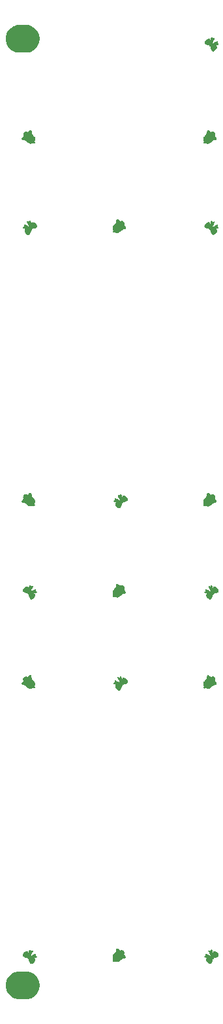
<source format=gbr>
G04 #@! TF.GenerationSoftware,KiCad,Pcbnew,(5.1.2)-2*
G04 #@! TF.CreationDate,2020-04-17T14:25:20-07:00*
G04 #@! TF.ProjectId,panel,70616e65-6c2e-46b6-9963-61645f706362,rev?*
G04 #@! TF.SameCoordinates,Original*
G04 #@! TF.FileFunction,Soldermask,Bot*
G04 #@! TF.FilePolarity,Negative*
%FSLAX46Y46*%
G04 Gerber Fmt 4.6, Leading zero omitted, Abs format (unit mm)*
G04 Created by KiCad (PCBNEW (5.1.2)-2) date 2020-04-17 14:25:20*
%MOMM*%
%LPD*%
G04 APERTURE LIST*
%ADD10C,0.010000*%
%ADD11C,0.100000*%
%ADD12C,3.600000*%
G04 APERTURE END LIST*
D10*
G36*
X-11671552Y-56612138D02*
G01*
X-11627858Y-56657430D01*
X-11620500Y-56668064D01*
X-11585898Y-56714641D01*
X-11550499Y-56734694D01*
X-11494987Y-56735153D01*
X-11449050Y-56729589D01*
X-11379132Y-56724434D01*
X-11335585Y-56729322D01*
X-11328400Y-56736020D01*
X-11340075Y-56766070D01*
X-11371765Y-56830508D01*
X-11418469Y-56919511D01*
X-11468626Y-57011454D01*
X-11544774Y-57156778D01*
X-11588944Y-57263184D01*
X-11599686Y-57332108D01*
X-11575552Y-57364986D01*
X-11515091Y-57363255D01*
X-11416855Y-57328350D01*
X-11279394Y-57261710D01*
X-11238084Y-57239914D01*
X-11132402Y-57185545D01*
X-11042503Y-57143162D01*
X-10977951Y-57117012D01*
X-10948383Y-57111293D01*
X-10938734Y-57143839D01*
X-10948793Y-57205639D01*
X-10949272Y-57207324D01*
X-10968170Y-57286208D01*
X-10963563Y-57335622D01*
X-10929288Y-57373843D01*
X-10882718Y-57404730D01*
X-10829014Y-57445467D01*
X-10802613Y-57480690D01*
X-10802257Y-57489352D01*
X-10830904Y-57509722D01*
X-10896749Y-57534304D01*
X-10986759Y-57559763D01*
X-11087896Y-57582762D01*
X-11187126Y-57599963D01*
X-11264900Y-57607771D01*
X-11366500Y-57612489D01*
X-11239500Y-57650670D01*
X-11127869Y-57692493D01*
X-11059901Y-57740598D01*
X-11028462Y-57801461D01*
X-11024158Y-57846086D01*
X-11047840Y-57968724D01*
X-11110985Y-58092910D01*
X-11204247Y-58206108D01*
X-11318282Y-58295781D01*
X-11384735Y-58329812D01*
X-11467840Y-58359879D01*
X-11525635Y-58365709D01*
X-11576850Y-58348383D01*
X-11589046Y-58341600D01*
X-11636234Y-58293495D01*
X-11686834Y-58208397D01*
X-11734762Y-58099215D01*
X-11773936Y-57978860D01*
X-11788305Y-57918687D01*
X-11812192Y-57824353D01*
X-11839415Y-57768304D01*
X-11876203Y-57738103D01*
X-11879555Y-57736518D01*
X-11936842Y-57692040D01*
X-11965997Y-57649743D01*
X-11995103Y-57611054D01*
X-12048564Y-57584272D01*
X-12138455Y-57562935D01*
X-12271675Y-57529243D01*
X-12394762Y-57482024D01*
X-12494790Y-57427315D01*
X-12558833Y-57371151D01*
X-12563648Y-57364356D01*
X-12587600Y-57284995D01*
X-12572343Y-57192123D01*
X-12524703Y-57093702D01*
X-12451509Y-56997692D01*
X-12359590Y-56912056D01*
X-12255774Y-56844755D01*
X-12146889Y-56803750D01*
X-12075287Y-56794957D01*
X-12003834Y-56808152D01*
X-11948967Y-56853656D01*
X-11904211Y-56938605D01*
X-11879871Y-57010300D01*
X-11857592Y-57082527D01*
X-11845715Y-57109723D01*
X-11840128Y-57095539D01*
X-11836972Y-57048400D01*
X-11826478Y-56953682D01*
X-11806509Y-56850091D01*
X-11780632Y-56750205D01*
X-11752412Y-56666601D01*
X-11725416Y-56611856D01*
X-11709103Y-56597432D01*
X-11671552Y-56612138D01*
X-11671552Y-56612138D01*
G37*
X-11671552Y-56612138D02*
X-11627858Y-56657430D01*
X-11620500Y-56668064D01*
X-11585898Y-56714641D01*
X-11550499Y-56734694D01*
X-11494987Y-56735153D01*
X-11449050Y-56729589D01*
X-11379132Y-56724434D01*
X-11335585Y-56729322D01*
X-11328400Y-56736020D01*
X-11340075Y-56766070D01*
X-11371765Y-56830508D01*
X-11418469Y-56919511D01*
X-11468626Y-57011454D01*
X-11544774Y-57156778D01*
X-11588944Y-57263184D01*
X-11599686Y-57332108D01*
X-11575552Y-57364986D01*
X-11515091Y-57363255D01*
X-11416855Y-57328350D01*
X-11279394Y-57261710D01*
X-11238084Y-57239914D01*
X-11132402Y-57185545D01*
X-11042503Y-57143162D01*
X-10977951Y-57117012D01*
X-10948383Y-57111293D01*
X-10938734Y-57143839D01*
X-10948793Y-57205639D01*
X-10949272Y-57207324D01*
X-10968170Y-57286208D01*
X-10963563Y-57335622D01*
X-10929288Y-57373843D01*
X-10882718Y-57404730D01*
X-10829014Y-57445467D01*
X-10802613Y-57480690D01*
X-10802257Y-57489352D01*
X-10830904Y-57509722D01*
X-10896749Y-57534304D01*
X-10986759Y-57559763D01*
X-11087896Y-57582762D01*
X-11187126Y-57599963D01*
X-11264900Y-57607771D01*
X-11366500Y-57612489D01*
X-11239500Y-57650670D01*
X-11127869Y-57692493D01*
X-11059901Y-57740598D01*
X-11028462Y-57801461D01*
X-11024158Y-57846086D01*
X-11047840Y-57968724D01*
X-11110985Y-58092910D01*
X-11204247Y-58206108D01*
X-11318282Y-58295781D01*
X-11384735Y-58329812D01*
X-11467840Y-58359879D01*
X-11525635Y-58365709D01*
X-11576850Y-58348383D01*
X-11589046Y-58341600D01*
X-11636234Y-58293495D01*
X-11686834Y-58208397D01*
X-11734762Y-58099215D01*
X-11773936Y-57978860D01*
X-11788305Y-57918687D01*
X-11812192Y-57824353D01*
X-11839415Y-57768304D01*
X-11876203Y-57738103D01*
X-11879555Y-57736518D01*
X-11936842Y-57692040D01*
X-11965997Y-57649743D01*
X-11995103Y-57611054D01*
X-12048564Y-57584272D01*
X-12138455Y-57562935D01*
X-12271675Y-57529243D01*
X-12394762Y-57482024D01*
X-12494790Y-57427315D01*
X-12558833Y-57371151D01*
X-12563648Y-57364356D01*
X-12587600Y-57284995D01*
X-12572343Y-57192123D01*
X-12524703Y-57093702D01*
X-12451509Y-56997692D01*
X-12359590Y-56912056D01*
X-12255774Y-56844755D01*
X-12146889Y-56803750D01*
X-12075287Y-56794957D01*
X-12003834Y-56808152D01*
X-11948967Y-56853656D01*
X-11904211Y-56938605D01*
X-11879871Y-57010300D01*
X-11857592Y-57082527D01*
X-11845715Y-57109723D01*
X-11840128Y-57095539D01*
X-11836972Y-57048400D01*
X-11826478Y-56953682D01*
X-11806509Y-56850091D01*
X-11780632Y-56750205D01*
X-11752412Y-56666601D01*
X-11725416Y-56611856D01*
X-11709103Y-56597432D01*
X-11671552Y-56612138D01*
G36*
X11917033Y-56614117D02*
G01*
X11940904Y-56674188D01*
X11965927Y-56758393D01*
X11988708Y-56853709D01*
X12005851Y-56947116D01*
X12013960Y-57025594D01*
X12014200Y-57037920D01*
X12021418Y-57082846D01*
X12038733Y-57084577D01*
X12059635Y-57047930D01*
X12074788Y-56993106D01*
X12112375Y-56880798D01*
X12170918Y-56814533D01*
X12244201Y-56794400D01*
X12371942Y-56817552D01*
X12499689Y-56881123D01*
X12614987Y-56976285D01*
X12705382Y-57094208D01*
X12727943Y-57137300D01*
X12766024Y-57238526D01*
X12769565Y-57313983D01*
X12737231Y-57376346D01*
X12698837Y-57413780D01*
X12628691Y-57457446D01*
X12527283Y-57502791D01*
X12413453Y-57543102D01*
X12306040Y-57571664D01*
X12227424Y-57581800D01*
X12180933Y-57593765D01*
X12166600Y-57615472D01*
X12147791Y-57657568D01*
X12103653Y-57707478D01*
X12052616Y-57747217D01*
X12018912Y-57759600D01*
X11995936Y-57781218D01*
X11988800Y-57820424D01*
X11977514Y-57904455D01*
X11948132Y-58012709D01*
X11907371Y-58126346D01*
X11861943Y-58226526D01*
X11820780Y-58291837D01*
X11760757Y-58346626D01*
X11695477Y-58365354D01*
X11612159Y-58349374D01*
X11542882Y-58321292D01*
X11437406Y-58254675D01*
X11344376Y-58161761D01*
X11270640Y-58053852D01*
X11223045Y-57942255D01*
X11208438Y-57838275D01*
X11218082Y-57785030D01*
X11253674Y-57734088D01*
X11326512Y-57693722D01*
X11360206Y-57681540D01*
X11451678Y-57647882D01*
X11494381Y-57624128D01*
X11487994Y-57610550D01*
X11447655Y-57607200D01*
X11372681Y-57601255D01*
X11280506Y-57585662D01*
X11184098Y-57563782D01*
X11096426Y-57538976D01*
X11030456Y-57514604D01*
X10999158Y-57494028D01*
X10998200Y-57490711D01*
X11017257Y-57455962D01*
X11064302Y-57411577D01*
X11076354Y-57402608D01*
X11122762Y-57365542D01*
X11143031Y-57329225D01*
X11143781Y-57274213D01*
X11137470Y-57223078D01*
X11130524Y-57144153D01*
X11141819Y-57106574D01*
X11178030Y-57107207D01*
X11245832Y-57142919D01*
X11272694Y-57159603D01*
X11358490Y-57210498D01*
X11456263Y-57263551D01*
X11553715Y-57312690D01*
X11638546Y-57351844D01*
X11698459Y-57374940D01*
X11716295Y-57378600D01*
X11763007Y-57362011D01*
X11780163Y-57348476D01*
X11787665Y-57324810D01*
X11777853Y-57280222D01*
X11748280Y-57208295D01*
X11696498Y-57102612D01*
X11658243Y-57028874D01*
X11601217Y-56919348D01*
X11553940Y-56826733D01*
X11520873Y-56759899D01*
X11506474Y-56727718D01*
X11506200Y-56726414D01*
X11528760Y-56722070D01*
X11586369Y-56725298D01*
X11630078Y-56730470D01*
X11706081Y-56738387D01*
X11751508Y-56730828D01*
X11785805Y-56701175D01*
X11809608Y-56669354D01*
X11853839Y-56618350D01*
X11892042Y-56592134D01*
X11897711Y-56591200D01*
X11917033Y-56614117D01*
X11917033Y-56614117D01*
G37*
X11917033Y-56614117D02*
X11940904Y-56674188D01*
X11965927Y-56758393D01*
X11988708Y-56853709D01*
X12005851Y-56947116D01*
X12013960Y-57025594D01*
X12014200Y-57037920D01*
X12021418Y-57082846D01*
X12038733Y-57084577D01*
X12059635Y-57047930D01*
X12074788Y-56993106D01*
X12112375Y-56880798D01*
X12170918Y-56814533D01*
X12244201Y-56794400D01*
X12371942Y-56817552D01*
X12499689Y-56881123D01*
X12614987Y-56976285D01*
X12705382Y-57094208D01*
X12727943Y-57137300D01*
X12766024Y-57238526D01*
X12769565Y-57313983D01*
X12737231Y-57376346D01*
X12698837Y-57413780D01*
X12628691Y-57457446D01*
X12527283Y-57502791D01*
X12413453Y-57543102D01*
X12306040Y-57571664D01*
X12227424Y-57581800D01*
X12180933Y-57593765D01*
X12166600Y-57615472D01*
X12147791Y-57657568D01*
X12103653Y-57707478D01*
X12052616Y-57747217D01*
X12018912Y-57759600D01*
X11995936Y-57781218D01*
X11988800Y-57820424D01*
X11977514Y-57904455D01*
X11948132Y-58012709D01*
X11907371Y-58126346D01*
X11861943Y-58226526D01*
X11820780Y-58291837D01*
X11760757Y-58346626D01*
X11695477Y-58365354D01*
X11612159Y-58349374D01*
X11542882Y-58321292D01*
X11437406Y-58254675D01*
X11344376Y-58161761D01*
X11270640Y-58053852D01*
X11223045Y-57942255D01*
X11208438Y-57838275D01*
X11218082Y-57785030D01*
X11253674Y-57734088D01*
X11326512Y-57693722D01*
X11360206Y-57681540D01*
X11451678Y-57647882D01*
X11494381Y-57624128D01*
X11487994Y-57610550D01*
X11447655Y-57607200D01*
X11372681Y-57601255D01*
X11280506Y-57585662D01*
X11184098Y-57563782D01*
X11096426Y-57538976D01*
X11030456Y-57514604D01*
X10999158Y-57494028D01*
X10998200Y-57490711D01*
X11017257Y-57455962D01*
X11064302Y-57411577D01*
X11076354Y-57402608D01*
X11122762Y-57365542D01*
X11143031Y-57329225D01*
X11143781Y-57274213D01*
X11137470Y-57223078D01*
X11130524Y-57144153D01*
X11141819Y-57106574D01*
X11178030Y-57107207D01*
X11245832Y-57142919D01*
X11272694Y-57159603D01*
X11358490Y-57210498D01*
X11456263Y-57263551D01*
X11553715Y-57312690D01*
X11638546Y-57351844D01*
X11698459Y-57374940D01*
X11716295Y-57378600D01*
X11763007Y-57362011D01*
X11780163Y-57348476D01*
X11787665Y-57324810D01*
X11777853Y-57280222D01*
X11748280Y-57208295D01*
X11696498Y-57102612D01*
X11658243Y-57028874D01*
X11601217Y-56919348D01*
X11553940Y-56826733D01*
X11520873Y-56759899D01*
X11506474Y-56727718D01*
X11506200Y-56726414D01*
X11528760Y-56722070D01*
X11586369Y-56725298D01*
X11630078Y-56730470D01*
X11706081Y-56738387D01*
X11751508Y-56730828D01*
X11785805Y-56701175D01*
X11809608Y-56669354D01*
X11853839Y-56618350D01*
X11892042Y-56592134D01*
X11897711Y-56591200D01*
X11917033Y-56614117D01*
G36*
X-238982Y-56480194D02*
G01*
X-148587Y-56557159D01*
X-135919Y-56569534D01*
X-3541Y-56700268D01*
X84618Y-56658434D01*
X159284Y-56630391D01*
X225798Y-56616908D01*
X232438Y-56616694D01*
X312113Y-56635944D01*
X399591Y-56685144D01*
X474761Y-56751798D01*
X497383Y-56781315D01*
X530566Y-56867690D01*
X538344Y-56970977D01*
X520406Y-57067028D01*
X501559Y-57104999D01*
X484157Y-57136076D01*
X483545Y-57164775D01*
X504906Y-57201760D01*
X553426Y-57257698D01*
X599695Y-57306864D01*
X665050Y-57381637D01*
X713437Y-57448338D01*
X735973Y-57494451D01*
X736600Y-57499777D01*
X713771Y-57562163D01*
X655435Y-57614778D01*
X576813Y-57645193D01*
X555148Y-57647916D01*
X443665Y-57659851D01*
X356080Y-57682787D01*
X276542Y-57724160D01*
X189202Y-57791403D01*
X122600Y-57850798D01*
X35123Y-57927892D01*
X-47572Y-57995265D01*
X-112520Y-58042565D01*
X-132814Y-58054706D01*
X-219820Y-58084288D01*
X-330906Y-58102106D01*
X-442647Y-58105953D01*
X-531615Y-58093622D01*
X-534884Y-58092594D01*
X-609669Y-58063394D01*
X-657647Y-58040473D01*
X-708591Y-58023354D01*
X-752089Y-58043324D01*
X-765600Y-58054957D01*
X-814095Y-58084811D01*
X-858440Y-58073624D01*
X-858737Y-58073438D01*
X-900127Y-58024142D01*
X-907160Y-57963181D01*
X-879447Y-57914611D01*
X-858936Y-57889373D01*
X-859765Y-57854152D01*
X-883192Y-57793097D01*
X-890363Y-57777133D01*
X-933146Y-57624398D01*
X-927624Y-57466741D01*
X-875245Y-57309499D01*
X-777459Y-57158006D01*
X-699384Y-57073800D01*
X-582462Y-56942704D01*
X-511677Y-56815182D01*
X-483454Y-56684340D01*
X-482600Y-56655711D01*
X-471354Y-56557904D01*
X-434849Y-56492733D01*
X-431800Y-56489600D01*
X-373295Y-56448385D01*
X-311453Y-56444593D01*
X-238982Y-56480194D01*
X-238982Y-56480194D01*
G37*
X-238982Y-56480194D02*
X-148587Y-56557159D01*
X-135919Y-56569534D01*
X-3541Y-56700268D01*
X84618Y-56658434D01*
X159284Y-56630391D01*
X225798Y-56616908D01*
X232438Y-56616694D01*
X312113Y-56635944D01*
X399591Y-56685144D01*
X474761Y-56751798D01*
X497383Y-56781315D01*
X530566Y-56867690D01*
X538344Y-56970977D01*
X520406Y-57067028D01*
X501559Y-57104999D01*
X484157Y-57136076D01*
X483545Y-57164775D01*
X504906Y-57201760D01*
X553426Y-57257698D01*
X599695Y-57306864D01*
X665050Y-57381637D01*
X713437Y-57448338D01*
X735973Y-57494451D01*
X736600Y-57499777D01*
X713771Y-57562163D01*
X655435Y-57614778D01*
X576813Y-57645193D01*
X555148Y-57647916D01*
X443665Y-57659851D01*
X356080Y-57682787D01*
X276542Y-57724160D01*
X189202Y-57791403D01*
X122600Y-57850798D01*
X35123Y-57927892D01*
X-47572Y-57995265D01*
X-112520Y-58042565D01*
X-132814Y-58054706D01*
X-219820Y-58084288D01*
X-330906Y-58102106D01*
X-442647Y-58105953D01*
X-531615Y-58093622D01*
X-534884Y-58092594D01*
X-609669Y-58063394D01*
X-657647Y-58040473D01*
X-708591Y-58023354D01*
X-752089Y-58043324D01*
X-765600Y-58054957D01*
X-814095Y-58084811D01*
X-858440Y-58073624D01*
X-858737Y-58073438D01*
X-900127Y-58024142D01*
X-907160Y-57963181D01*
X-879447Y-57914611D01*
X-858936Y-57889373D01*
X-859765Y-57854152D01*
X-883192Y-57793097D01*
X-890363Y-57777133D01*
X-933146Y-57624398D01*
X-927624Y-57466741D01*
X-875245Y-57309499D01*
X-777459Y-57158006D01*
X-699384Y-57073800D01*
X-582462Y-56942704D01*
X-511677Y-56815182D01*
X-483454Y-56684340D01*
X-482600Y-56655711D01*
X-471354Y-56557904D01*
X-434849Y-56492733D01*
X-431800Y-56489600D01*
X-373295Y-56448385D01*
X-311453Y-56444593D01*
X-238982Y-56480194D01*
G36*
X132203Y-21257325D02*
G01*
X155579Y-21317434D01*
X180197Y-21401731D01*
X202732Y-21497215D01*
X219860Y-21590889D01*
X228254Y-21669754D01*
X228600Y-21684701D01*
X234580Y-21727648D01*
X250638Y-21724874D01*
X273948Y-21679791D01*
X301413Y-21596764D01*
X343649Y-21502927D01*
X407457Y-21453655D01*
X498599Y-21445238D01*
X529724Y-21449682D01*
X654352Y-21494103D01*
X774386Y-21575047D01*
X877588Y-21680655D01*
X951721Y-21799063D01*
X980404Y-21886519D01*
X984127Y-21959477D01*
X956180Y-22015874D01*
X940394Y-22033867D01*
X860988Y-22094632D01*
X748529Y-22150629D01*
X620691Y-22194390D01*
X506426Y-22217221D01*
X432023Y-22231587D01*
X387677Y-22251327D01*
X381000Y-22262210D01*
X362273Y-22302027D01*
X318388Y-22350355D01*
X267788Y-22389637D01*
X233312Y-22402800D01*
X210336Y-22424418D01*
X203200Y-22463624D01*
X191914Y-22547655D01*
X162532Y-22655909D01*
X121771Y-22769546D01*
X76343Y-22869726D01*
X35180Y-22935037D01*
X-35427Y-22994074D01*
X-116111Y-23009528D01*
X-214824Y-22982142D01*
X-255863Y-22962172D01*
X-365698Y-22885980D01*
X-459176Y-22787163D01*
X-529843Y-22676610D01*
X-571246Y-22565210D01*
X-576929Y-22463849D01*
X-569435Y-22433194D01*
X-538430Y-22382748D01*
X-478035Y-22345611D01*
X-425442Y-22326600D01*
X-345865Y-22296632D01*
X-309574Y-22272170D01*
X-318520Y-22255880D01*
X-369636Y-22250400D01*
X-446620Y-22244120D01*
X-538372Y-22227714D01*
X-631594Y-22204831D01*
X-712984Y-22179119D01*
X-769243Y-22154226D01*
X-787400Y-22135793D01*
X-768300Y-22099764D01*
X-721164Y-22054695D01*
X-709246Y-22045808D01*
X-662838Y-22008742D01*
X-642569Y-21972425D01*
X-641819Y-21917413D01*
X-648130Y-21866278D01*
X-655539Y-21795217D01*
X-655665Y-21750408D01*
X-652186Y-21742400D01*
X-626045Y-21753536D01*
X-563911Y-21783971D01*
X-474689Y-21829237D01*
X-367284Y-21884872D01*
X-351352Y-21893209D01*
X-229751Y-21955810D01*
X-144305Y-21996349D01*
X-86920Y-22017711D01*
X-49499Y-22022781D01*
X-23945Y-22014443D01*
X-19571Y-22011439D01*
X-196Y-21992423D01*
X4829Y-21966727D01*
X-6938Y-21924125D01*
X-37939Y-21854393D01*
X-75311Y-21778080D01*
X-128630Y-21673000D01*
X-181286Y-21573114D01*
X-223767Y-21496371D01*
X-231907Y-21482533D01*
X-262736Y-21421143D01*
X-273415Y-21378019D01*
X-270616Y-21369549D01*
X-236854Y-21364168D01*
X-174464Y-21372759D01*
X-150438Y-21378547D01*
X-84223Y-21393121D01*
X-43169Y-21385548D01*
X-4813Y-21347978D01*
X16877Y-21320081D01*
X64272Y-21266845D01*
X104158Y-21236840D01*
X113396Y-21234400D01*
X132203Y-21257325D01*
X132203Y-21257325D01*
G37*
X132203Y-21257325D02*
X155579Y-21317434D01*
X180197Y-21401731D01*
X202732Y-21497215D01*
X219860Y-21590889D01*
X228254Y-21669754D01*
X228600Y-21684701D01*
X234580Y-21727648D01*
X250638Y-21724874D01*
X273948Y-21679791D01*
X301413Y-21596764D01*
X343649Y-21502927D01*
X407457Y-21453655D01*
X498599Y-21445238D01*
X529724Y-21449682D01*
X654352Y-21494103D01*
X774386Y-21575047D01*
X877588Y-21680655D01*
X951721Y-21799063D01*
X980404Y-21886519D01*
X984127Y-21959477D01*
X956180Y-22015874D01*
X940394Y-22033867D01*
X860988Y-22094632D01*
X748529Y-22150629D01*
X620691Y-22194390D01*
X506426Y-22217221D01*
X432023Y-22231587D01*
X387677Y-22251327D01*
X381000Y-22262210D01*
X362273Y-22302027D01*
X318388Y-22350355D01*
X267788Y-22389637D01*
X233312Y-22402800D01*
X210336Y-22424418D01*
X203200Y-22463624D01*
X191914Y-22547655D01*
X162532Y-22655909D01*
X121771Y-22769546D01*
X76343Y-22869726D01*
X35180Y-22935037D01*
X-35427Y-22994074D01*
X-116111Y-23009528D01*
X-214824Y-22982142D01*
X-255863Y-22962172D01*
X-365698Y-22885980D01*
X-459176Y-22787163D01*
X-529843Y-22676610D01*
X-571246Y-22565210D01*
X-576929Y-22463849D01*
X-569435Y-22433194D01*
X-538430Y-22382748D01*
X-478035Y-22345611D01*
X-425442Y-22326600D01*
X-345865Y-22296632D01*
X-309574Y-22272170D01*
X-318520Y-22255880D01*
X-369636Y-22250400D01*
X-446620Y-22244120D01*
X-538372Y-22227714D01*
X-631594Y-22204831D01*
X-712984Y-22179119D01*
X-769243Y-22154226D01*
X-787400Y-22135793D01*
X-768300Y-22099764D01*
X-721164Y-22054695D01*
X-709246Y-22045808D01*
X-662838Y-22008742D01*
X-642569Y-21972425D01*
X-641819Y-21917413D01*
X-648130Y-21866278D01*
X-655539Y-21795217D01*
X-655665Y-21750408D01*
X-652186Y-21742400D01*
X-626045Y-21753536D01*
X-563911Y-21783971D01*
X-474689Y-21829237D01*
X-367284Y-21884872D01*
X-351352Y-21893209D01*
X-229751Y-21955810D01*
X-144305Y-21996349D01*
X-86920Y-22017711D01*
X-49499Y-22022781D01*
X-23945Y-22014443D01*
X-19571Y-22011439D01*
X-196Y-21992423D01*
X4829Y-21966727D01*
X-6938Y-21924125D01*
X-37939Y-21854393D01*
X-75311Y-21778080D01*
X-128630Y-21673000D01*
X-181286Y-21573114D01*
X-223767Y-21496371D01*
X-231907Y-21482533D01*
X-262736Y-21421143D01*
X-273415Y-21378019D01*
X-270616Y-21369549D01*
X-236854Y-21364168D01*
X-174464Y-21372759D01*
X-150438Y-21378547D01*
X-84223Y-21393121D01*
X-43169Y-21385548D01*
X-4813Y-21347978D01*
X16877Y-21320081D01*
X64272Y-21266845D01*
X104158Y-21236840D01*
X113396Y-21234400D01*
X132203Y-21257325D01*
G36*
X-11599457Y-21105794D02*
G01*
X-11552067Y-21176695D01*
X-11522711Y-21293981D01*
X-11520787Y-21308222D01*
X-11505087Y-21401786D01*
X-11480127Y-21480338D01*
X-11439190Y-21555951D01*
X-11375561Y-21640699D01*
X-11282523Y-21746655D01*
X-11268155Y-21762358D01*
X-11185272Y-21856627D01*
X-11131150Y-21930612D01*
X-11097167Y-21998424D01*
X-11074700Y-22074177D01*
X-11072935Y-22081925D01*
X-11057099Y-22166363D01*
X-11055728Y-22233737D01*
X-11070430Y-22307198D01*
X-11093841Y-22382861D01*
X-11121116Y-22470022D01*
X-11131922Y-22523523D01*
X-11127035Y-22557491D01*
X-11107228Y-22586051D01*
X-11105102Y-22588436D01*
X-11078363Y-22636148D01*
X-11090762Y-22677336D01*
X-11140471Y-22718975D01*
X-11201839Y-22725348D01*
X-11250628Y-22696794D01*
X-11277897Y-22673228D01*
X-11312159Y-22675855D01*
X-11360474Y-22698351D01*
X-11431207Y-22723548D01*
X-11525683Y-22743361D01*
X-11580169Y-22749845D01*
X-11685525Y-22751207D01*
X-11774160Y-22731541D01*
X-11849100Y-22699243D01*
X-11938681Y-22644865D01*
X-12034353Y-22570639D01*
X-12090400Y-22517983D01*
X-12221496Y-22401061D01*
X-12349018Y-22330276D01*
X-12479860Y-22302053D01*
X-12508489Y-22301200D01*
X-12606296Y-22289953D01*
X-12671467Y-22253448D01*
X-12674600Y-22250400D01*
X-12716000Y-22191259D01*
X-12719316Y-22128644D01*
X-12682653Y-22055338D01*
X-12604117Y-21964126D01*
X-12597681Y-21957571D01*
X-12469962Y-21828246D01*
X-12508781Y-21735338D01*
X-12541526Y-21632187D01*
X-12540636Y-21543673D01*
X-12505801Y-21446096D01*
X-12504980Y-21444360D01*
X-12436418Y-21354998D01*
X-12337758Y-21296292D01*
X-12223532Y-21274641D01*
X-12142567Y-21284831D01*
X-12075183Y-21307930D01*
X-12031158Y-21332127D01*
X-12025527Y-21338223D01*
X-12000890Y-21334617D01*
X-11949663Y-21300276D01*
X-11880377Y-21241172D01*
X-11861240Y-21223232D01*
X-11785714Y-21156710D01*
X-11718306Y-21107042D01*
X-11671224Y-21082988D01*
X-11664423Y-21082000D01*
X-11599457Y-21105794D01*
X-11599457Y-21105794D01*
G37*
X-11599457Y-21105794D02*
X-11552067Y-21176695D01*
X-11522711Y-21293981D01*
X-11520787Y-21308222D01*
X-11505087Y-21401786D01*
X-11480127Y-21480338D01*
X-11439190Y-21555951D01*
X-11375561Y-21640699D01*
X-11282523Y-21746655D01*
X-11268155Y-21762358D01*
X-11185272Y-21856627D01*
X-11131150Y-21930612D01*
X-11097167Y-21998424D01*
X-11074700Y-22074177D01*
X-11072935Y-22081925D01*
X-11057099Y-22166363D01*
X-11055728Y-22233737D01*
X-11070430Y-22307198D01*
X-11093841Y-22382861D01*
X-11121116Y-22470022D01*
X-11131922Y-22523523D01*
X-11127035Y-22557491D01*
X-11107228Y-22586051D01*
X-11105102Y-22588436D01*
X-11078363Y-22636148D01*
X-11090762Y-22677336D01*
X-11140471Y-22718975D01*
X-11201839Y-22725348D01*
X-11250628Y-22696794D01*
X-11277897Y-22673228D01*
X-11312159Y-22675855D01*
X-11360474Y-22698351D01*
X-11431207Y-22723548D01*
X-11525683Y-22743361D01*
X-11580169Y-22749845D01*
X-11685525Y-22751207D01*
X-11774160Y-22731541D01*
X-11849100Y-22699243D01*
X-11938681Y-22644865D01*
X-12034353Y-22570639D01*
X-12090400Y-22517983D01*
X-12221496Y-22401061D01*
X-12349018Y-22330276D01*
X-12479860Y-22302053D01*
X-12508489Y-22301200D01*
X-12606296Y-22289953D01*
X-12671467Y-22253448D01*
X-12674600Y-22250400D01*
X-12716000Y-22191259D01*
X-12719316Y-22128644D01*
X-12682653Y-22055338D01*
X-12604117Y-21964126D01*
X-12597681Y-21957571D01*
X-12469962Y-21828246D01*
X-12508781Y-21735338D01*
X-12541526Y-21632187D01*
X-12540636Y-21543673D01*
X-12505801Y-21446096D01*
X-12504980Y-21444360D01*
X-12436418Y-21354998D01*
X-12337758Y-21296292D01*
X-12223532Y-21274641D01*
X-12142567Y-21284831D01*
X-12075183Y-21307930D01*
X-12031158Y-21332127D01*
X-12025527Y-21338223D01*
X-12000890Y-21334617D01*
X-11949663Y-21300276D01*
X-11880377Y-21241172D01*
X-11861240Y-21223232D01*
X-11785714Y-21156710D01*
X-11718306Y-21107042D01*
X-11671224Y-21082988D01*
X-11664423Y-21082000D01*
X-11599457Y-21105794D01*
G36*
X11503185Y-21098806D02*
G01*
X11566470Y-21143207D01*
X11639729Y-21206173D01*
X11651164Y-21217013D01*
X11791661Y-21352027D01*
X11889340Y-21303700D01*
X12002130Y-21270223D01*
X12109606Y-21286021D01*
X12216312Y-21351683D01*
X12298230Y-21449142D01*
X12332093Y-21561712D01*
X12317434Y-21686731D01*
X12287931Y-21761039D01*
X12277371Y-21794401D01*
X12285348Y-21828837D01*
X12317618Y-21875239D01*
X12379933Y-21944498D01*
X12391127Y-21956369D01*
X12477777Y-22060916D01*
X12518498Y-22144482D01*
X12512691Y-22209023D01*
X12459753Y-22256496D01*
X12359085Y-22288854D01*
X12285360Y-22300646D01*
X12202588Y-22311965D01*
X12140448Y-22326272D01*
X12086884Y-22350220D01*
X12029843Y-22390463D01*
X11957273Y-22453654D01*
X11881949Y-22523324D01*
X11719785Y-22651626D01*
X11562184Y-22729765D01*
X11407992Y-22758056D01*
X11256051Y-22736812D01*
X11189008Y-22711582D01*
X11121758Y-22684616D01*
X11076924Y-22680442D01*
X11031909Y-22698302D01*
X11018429Y-22705862D01*
X10966973Y-22730758D01*
X10933574Y-22726050D01*
X10903857Y-22700342D01*
X10874901Y-22664774D01*
X10875560Y-22630565D01*
X10899473Y-22583790D01*
X10925280Y-22529165D01*
X10922584Y-22485361D01*
X10900200Y-22438611D01*
X10871754Y-22350212D01*
X10859995Y-22234246D01*
X10864666Y-22111038D01*
X10885508Y-22000914D01*
X10906414Y-21948167D01*
X10945002Y-21890228D01*
X11007998Y-21810294D01*
X11084065Y-21722469D01*
X11113434Y-21690605D01*
X11186924Y-21610693D01*
X11235993Y-21548269D01*
X11267416Y-21488330D01*
X11287972Y-21415874D01*
X11304437Y-21315899D01*
X11313747Y-21247183D01*
X11343614Y-21151482D01*
X11400785Y-21095690D01*
X11462488Y-21082000D01*
X11503185Y-21098806D01*
X11503185Y-21098806D01*
G37*
X11503185Y-21098806D02*
X11566470Y-21143207D01*
X11639729Y-21206173D01*
X11651164Y-21217013D01*
X11791661Y-21352027D01*
X11889340Y-21303700D01*
X12002130Y-21270223D01*
X12109606Y-21286021D01*
X12216312Y-21351683D01*
X12298230Y-21449142D01*
X12332093Y-21561712D01*
X12317434Y-21686731D01*
X12287931Y-21761039D01*
X12277371Y-21794401D01*
X12285348Y-21828837D01*
X12317618Y-21875239D01*
X12379933Y-21944498D01*
X12391127Y-21956369D01*
X12477777Y-22060916D01*
X12518498Y-22144482D01*
X12512691Y-22209023D01*
X12459753Y-22256496D01*
X12359085Y-22288854D01*
X12285360Y-22300646D01*
X12202588Y-22311965D01*
X12140448Y-22326272D01*
X12086884Y-22350220D01*
X12029843Y-22390463D01*
X11957273Y-22453654D01*
X11881949Y-22523324D01*
X11719785Y-22651626D01*
X11562184Y-22729765D01*
X11407992Y-22758056D01*
X11256051Y-22736812D01*
X11189008Y-22711582D01*
X11121758Y-22684616D01*
X11076924Y-22680442D01*
X11031909Y-22698302D01*
X11018429Y-22705862D01*
X10966973Y-22730758D01*
X10933574Y-22726050D01*
X10903857Y-22700342D01*
X10874901Y-22664774D01*
X10875560Y-22630565D01*
X10899473Y-22583790D01*
X10925280Y-22529165D01*
X10922584Y-22485361D01*
X10900200Y-22438611D01*
X10871754Y-22350212D01*
X10859995Y-22234246D01*
X10864666Y-22111038D01*
X10885508Y-22000914D01*
X10906414Y-21948167D01*
X10945002Y-21890228D01*
X11007998Y-21810294D01*
X11084065Y-21722469D01*
X11113434Y-21690605D01*
X11186924Y-21610693D01*
X11235993Y-21548269D01*
X11267416Y-21488330D01*
X11287972Y-21415874D01*
X11304437Y-21315899D01*
X11313747Y-21247183D01*
X11343614Y-21151482D01*
X11400785Y-21095690D01*
X11462488Y-21082000D01*
X11503185Y-21098806D01*
G36*
X-11669913Y-9452911D02*
G01*
X-11630646Y-9507652D01*
X-11629147Y-9509990D01*
X-11590374Y-9565642D01*
X-11555228Y-9590552D01*
X-11503603Y-9593314D01*
X-11449050Y-9586953D01*
X-11365706Y-9581451D01*
X-11329934Y-9593249D01*
X-11328400Y-9599016D01*
X-11340316Y-9631723D01*
X-11372445Y-9697550D01*
X-11419357Y-9785763D01*
X-11456558Y-9852403D01*
X-11533862Y-9998754D01*
X-11578128Y-10108349D01*
X-11589732Y-10182698D01*
X-11569046Y-10223311D01*
X-11550183Y-10230807D01*
X-11511119Y-10223037D01*
X-11438191Y-10194988D01*
X-11341906Y-10151116D01*
X-11235226Y-10097180D01*
X-11129152Y-10043547D01*
X-11039036Y-10002685D01*
X-10974302Y-9978545D01*
X-10944375Y-9975075D01*
X-10944219Y-9975221D01*
X-10937623Y-10010771D01*
X-10947329Y-10072988D01*
X-10952534Y-10091595D01*
X-10968658Y-10156403D01*
X-10962830Y-10193623D01*
X-10932858Y-10222236D01*
X-10855061Y-10279494D01*
X-10812350Y-10315750D01*
X-10797799Y-10338561D01*
X-10804481Y-10355482D01*
X-10807700Y-10358771D01*
X-10846049Y-10377073D01*
X-10920154Y-10399717D01*
X-11015550Y-10423391D01*
X-11117773Y-10444788D01*
X-11212358Y-10460596D01*
X-11282615Y-10467444D01*
X-11327091Y-10470086D01*
X-11333361Y-10476517D01*
X-11297569Y-10490392D01*
X-11239500Y-10508270D01*
X-11129145Y-10549236D01*
X-11061746Y-10596196D01*
X-11029477Y-10656501D01*
X-11023600Y-10711048D01*
X-11046235Y-10828176D01*
X-11107894Y-10948415D01*
X-11199214Y-11059413D01*
X-11310832Y-11148818D01*
X-11384735Y-11187412D01*
X-11473687Y-11218657D01*
X-11536098Y-11221607D01*
X-11588502Y-11194891D01*
X-11618049Y-11168060D01*
X-11667118Y-11099135D01*
X-11716949Y-10996141D01*
X-11760950Y-10875275D01*
X-11792530Y-10752732D01*
X-11796939Y-10728465D01*
X-11820498Y-10647942D01*
X-11862707Y-10602699D01*
X-11876547Y-10595489D01*
X-11935551Y-10550229D01*
X-11966966Y-10505218D01*
X-11997804Y-10463308D01*
X-12052203Y-10438591D01*
X-12117011Y-10426533D01*
X-12219232Y-10403625D01*
X-12327884Y-10365150D01*
X-12429999Y-10317414D01*
X-12512608Y-10266725D01*
X-12562744Y-10219389D01*
X-12569654Y-10206407D01*
X-12581019Y-10107596D01*
X-12551556Y-10002587D01*
X-12489297Y-9899088D01*
X-12402273Y-9804808D01*
X-12298518Y-9727452D01*
X-12186062Y-9674729D01*
X-12072939Y-9654346D01*
X-12002505Y-9662178D01*
X-11963545Y-9681292D01*
X-11932278Y-9723524D01*
X-11901290Y-9800303D01*
X-11889464Y-9836423D01*
X-11864572Y-9906817D01*
X-11846159Y-9943419D01*
X-11837934Y-9939028D01*
X-11837827Y-9936679D01*
X-11830557Y-9862322D01*
X-11813912Y-9766112D01*
X-11791329Y-9662502D01*
X-11766244Y-9565941D01*
X-11742096Y-9490881D01*
X-11722548Y-9452003D01*
X-11696996Y-9436566D01*
X-11669913Y-9452911D01*
X-11669913Y-9452911D01*
G37*
X-11669913Y-9452911D02*
X-11630646Y-9507652D01*
X-11629147Y-9509990D01*
X-11590374Y-9565642D01*
X-11555228Y-9590552D01*
X-11503603Y-9593314D01*
X-11449050Y-9586953D01*
X-11365706Y-9581451D01*
X-11329934Y-9593249D01*
X-11328400Y-9599016D01*
X-11340316Y-9631723D01*
X-11372445Y-9697550D01*
X-11419357Y-9785763D01*
X-11456558Y-9852403D01*
X-11533862Y-9998754D01*
X-11578128Y-10108349D01*
X-11589732Y-10182698D01*
X-11569046Y-10223311D01*
X-11550183Y-10230807D01*
X-11511119Y-10223037D01*
X-11438191Y-10194988D01*
X-11341906Y-10151116D01*
X-11235226Y-10097180D01*
X-11129152Y-10043547D01*
X-11039036Y-10002685D01*
X-10974302Y-9978545D01*
X-10944375Y-9975075D01*
X-10944219Y-9975221D01*
X-10937623Y-10010771D01*
X-10947329Y-10072988D01*
X-10952534Y-10091595D01*
X-10968658Y-10156403D01*
X-10962830Y-10193623D01*
X-10932858Y-10222236D01*
X-10855061Y-10279494D01*
X-10812350Y-10315750D01*
X-10797799Y-10338561D01*
X-10804481Y-10355482D01*
X-10807700Y-10358771D01*
X-10846049Y-10377073D01*
X-10920154Y-10399717D01*
X-11015550Y-10423391D01*
X-11117773Y-10444788D01*
X-11212358Y-10460596D01*
X-11282615Y-10467444D01*
X-11327091Y-10470086D01*
X-11333361Y-10476517D01*
X-11297569Y-10490392D01*
X-11239500Y-10508270D01*
X-11129145Y-10549236D01*
X-11061746Y-10596196D01*
X-11029477Y-10656501D01*
X-11023600Y-10711048D01*
X-11046235Y-10828176D01*
X-11107894Y-10948415D01*
X-11199214Y-11059413D01*
X-11310832Y-11148818D01*
X-11384735Y-11187412D01*
X-11473687Y-11218657D01*
X-11536098Y-11221607D01*
X-11588502Y-11194891D01*
X-11618049Y-11168060D01*
X-11667118Y-11099135D01*
X-11716949Y-10996141D01*
X-11760950Y-10875275D01*
X-11792530Y-10752732D01*
X-11796939Y-10728465D01*
X-11820498Y-10647942D01*
X-11862707Y-10602699D01*
X-11876547Y-10595489D01*
X-11935551Y-10550229D01*
X-11966966Y-10505218D01*
X-11997804Y-10463308D01*
X-12052203Y-10438591D01*
X-12117011Y-10426533D01*
X-12219232Y-10403625D01*
X-12327884Y-10365150D01*
X-12429999Y-10317414D01*
X-12512608Y-10266725D01*
X-12562744Y-10219389D01*
X-12569654Y-10206407D01*
X-12581019Y-10107596D01*
X-12551556Y-10002587D01*
X-12489297Y-9899088D01*
X-12402273Y-9804808D01*
X-12298518Y-9727452D01*
X-12186062Y-9674729D01*
X-12072939Y-9654346D01*
X-12002505Y-9662178D01*
X-11963545Y-9681292D01*
X-11932278Y-9723524D01*
X-11901290Y-9800303D01*
X-11889464Y-9836423D01*
X-11864572Y-9906817D01*
X-11846159Y-9943419D01*
X-11837934Y-9939028D01*
X-11837827Y-9936679D01*
X-11830557Y-9862322D01*
X-11813912Y-9766112D01*
X-11791329Y-9662502D01*
X-11766244Y-9565941D01*
X-11742096Y-9490881D01*
X-11722548Y-9452003D01*
X-11696996Y-9436566D01*
X-11669913Y-9452911D01*
G36*
X11919984Y-9473791D02*
G01*
X11947369Y-9539994D01*
X11977206Y-9648557D01*
X12011004Y-9802652D01*
X12031343Y-9905450D01*
X12040359Y-9934119D01*
X12052901Y-9927218D01*
X12073079Y-9879589D01*
X12089480Y-9832516D01*
X12129649Y-9733519D01*
X12171657Y-9676774D01*
X12222558Y-9654003D01*
X12242800Y-9652530D01*
X12365148Y-9673868D01*
X12487525Y-9733100D01*
X12599873Y-9820739D01*
X12692136Y-9927296D01*
X12754256Y-10043282D01*
X12776200Y-10155759D01*
X12760985Y-10224130D01*
X12708111Y-10280988D01*
X12697670Y-10288659D01*
X12621857Y-10330650D01*
X12518362Y-10373230D01*
X12406703Y-10409787D01*
X12306402Y-10433710D01*
X12252608Y-10439400D01*
X12193683Y-10459769D01*
X12167062Y-10501683D01*
X12127719Y-10557875D01*
X12069777Y-10602029D01*
X12022115Y-10635235D01*
X11996021Y-10683095D01*
X11981675Y-10761995D01*
X11956270Y-10884391D01*
X11912623Y-11008069D01*
X11858353Y-11114441D01*
X11812579Y-11174420D01*
X11746010Y-11216700D01*
X11663620Y-11220415D01*
X11557000Y-11186304D01*
X11431311Y-11108892D01*
X11328744Y-11001115D01*
X11257898Y-10875041D01*
X11227370Y-10742735D01*
X11226800Y-10722921D01*
X11237371Y-10641726D01*
X11275146Y-10585858D01*
X11349218Y-10545735D01*
X11414218Y-10525407D01*
X11463780Y-10510580D01*
X11485714Y-10497984D01*
X11475471Y-10485288D01*
X11428502Y-10470160D01*
X11340258Y-10450269D01*
X11220450Y-10426104D01*
X11097716Y-10397548D01*
X11023764Y-10369347D01*
X10996610Y-10339964D01*
X11014270Y-10307860D01*
X11042650Y-10288322D01*
X11117114Y-10240689D01*
X11153481Y-10200257D01*
X11159735Y-10152841D01*
X11148423Y-10100357D01*
X11135310Y-10033641D01*
X11135690Y-9987515D01*
X11137784Y-9982387D01*
X11164585Y-9984373D01*
X11227206Y-10007460D01*
X11317090Y-10048018D01*
X11425682Y-10102418D01*
X11445958Y-10113085D01*
X11567550Y-10176553D01*
X11652729Y-10217939D01*
X11709362Y-10240059D01*
X11745314Y-10245731D01*
X11768451Y-10237773D01*
X11775987Y-10231298D01*
X11795539Y-10203298D01*
X11795624Y-10166623D01*
X11774800Y-10105840D01*
X11761248Y-10073546D01*
X11719569Y-9985052D01*
X11664656Y-9879586D01*
X11620547Y-9801043D01*
X11561998Y-9692664D01*
X11536315Y-9620867D01*
X11544145Y-9582960D01*
X11586135Y-9576249D01*
X11662931Y-9598041D01*
X11668787Y-9600244D01*
X11732593Y-9607074D01*
X11788061Y-9571346D01*
X11837459Y-9497619D01*
X11866537Y-9455775D01*
X11893543Y-9446775D01*
X11919984Y-9473791D01*
X11919984Y-9473791D01*
G37*
X11919984Y-9473791D02*
X11947369Y-9539994D01*
X11977206Y-9648557D01*
X12011004Y-9802652D01*
X12031343Y-9905450D01*
X12040359Y-9934119D01*
X12052901Y-9927218D01*
X12073079Y-9879589D01*
X12089480Y-9832516D01*
X12129649Y-9733519D01*
X12171657Y-9676774D01*
X12222558Y-9654003D01*
X12242800Y-9652530D01*
X12365148Y-9673868D01*
X12487525Y-9733100D01*
X12599873Y-9820739D01*
X12692136Y-9927296D01*
X12754256Y-10043282D01*
X12776200Y-10155759D01*
X12760985Y-10224130D01*
X12708111Y-10280988D01*
X12697670Y-10288659D01*
X12621857Y-10330650D01*
X12518362Y-10373230D01*
X12406703Y-10409787D01*
X12306402Y-10433710D01*
X12252608Y-10439400D01*
X12193683Y-10459769D01*
X12167062Y-10501683D01*
X12127719Y-10557875D01*
X12069777Y-10602029D01*
X12022115Y-10635235D01*
X11996021Y-10683095D01*
X11981675Y-10761995D01*
X11956270Y-10884391D01*
X11912623Y-11008069D01*
X11858353Y-11114441D01*
X11812579Y-11174420D01*
X11746010Y-11216700D01*
X11663620Y-11220415D01*
X11557000Y-11186304D01*
X11431311Y-11108892D01*
X11328744Y-11001115D01*
X11257898Y-10875041D01*
X11227370Y-10742735D01*
X11226800Y-10722921D01*
X11237371Y-10641726D01*
X11275146Y-10585858D01*
X11349218Y-10545735D01*
X11414218Y-10525407D01*
X11463780Y-10510580D01*
X11485714Y-10497984D01*
X11475471Y-10485288D01*
X11428502Y-10470160D01*
X11340258Y-10450269D01*
X11220450Y-10426104D01*
X11097716Y-10397548D01*
X11023764Y-10369347D01*
X10996610Y-10339964D01*
X11014270Y-10307860D01*
X11042650Y-10288322D01*
X11117114Y-10240689D01*
X11153481Y-10200257D01*
X11159735Y-10152841D01*
X11148423Y-10100357D01*
X11135310Y-10033641D01*
X11135690Y-9987515D01*
X11137784Y-9982387D01*
X11164585Y-9984373D01*
X11227206Y-10007460D01*
X11317090Y-10048018D01*
X11425682Y-10102418D01*
X11445958Y-10113085D01*
X11567550Y-10176553D01*
X11652729Y-10217939D01*
X11709362Y-10240059D01*
X11745314Y-10245731D01*
X11768451Y-10237773D01*
X11775987Y-10231298D01*
X11795539Y-10203298D01*
X11795624Y-10166623D01*
X11774800Y-10105840D01*
X11761248Y-10073546D01*
X11719569Y-9985052D01*
X11664656Y-9879586D01*
X11620547Y-9801043D01*
X11561998Y-9692664D01*
X11536315Y-9620867D01*
X11544145Y-9582960D01*
X11586135Y-9576249D01*
X11662931Y-9598041D01*
X11668787Y-9600244D01*
X11732593Y-9607074D01*
X11788061Y-9571346D01*
X11837459Y-9497619D01*
X11866537Y-9455775D01*
X11893543Y-9446775D01*
X11919984Y-9473791D01*
G36*
X-288636Y-9314919D02*
G01*
X-192701Y-9375604D01*
X-138972Y-9424119D01*
X-9647Y-9551838D01*
X83261Y-9513019D01*
X186412Y-9480274D01*
X274926Y-9481164D01*
X372503Y-9515999D01*
X374239Y-9516820D01*
X463601Y-9585382D01*
X522307Y-9684042D01*
X543958Y-9798268D01*
X533768Y-9879233D01*
X510669Y-9946617D01*
X486472Y-9990642D01*
X480376Y-9996273D01*
X483982Y-10020910D01*
X518323Y-10072137D01*
X577427Y-10141423D01*
X595367Y-10160560D01*
X661889Y-10236086D01*
X711557Y-10303494D01*
X735611Y-10350576D01*
X736600Y-10357377D01*
X712941Y-10422145D01*
X643203Y-10468916D01*
X529244Y-10496506D01*
X515715Y-10498139D01*
X406006Y-10517868D01*
X309194Y-10554868D01*
X212451Y-10616219D01*
X102951Y-10708999D01*
X59600Y-10749859D01*
X-56815Y-10850651D01*
X-158979Y-10913812D01*
X-217601Y-10936482D01*
X-315033Y-10961997D01*
X-393026Y-10969200D01*
X-473088Y-10957297D01*
X-576726Y-10925494D01*
X-584155Y-10922939D01*
X-665320Y-10896912D01*
X-714443Y-10888859D01*
X-746674Y-10897961D01*
X-766192Y-10913093D01*
X-812164Y-10937768D01*
X-861488Y-10923130D01*
X-906086Y-10875879D01*
X-908845Y-10816255D01*
X-876969Y-10770155D01*
X-853947Y-10742502D01*
X-858162Y-10706730D01*
X-877395Y-10665882D01*
X-921032Y-10535731D01*
X-933523Y-10387199D01*
X-913299Y-10244964D01*
X-876714Y-10156428D01*
X-811643Y-10060433D01*
X-722921Y-9958850D01*
X-617326Y-9840142D01*
X-546181Y-9742596D01*
X-503938Y-9656059D01*
X-485048Y-9570378D01*
X-482600Y-9519213D01*
X-468897Y-9402833D01*
X-429895Y-9329408D01*
X-368754Y-9299812D01*
X-288636Y-9314919D01*
X-288636Y-9314919D01*
G37*
X-288636Y-9314919D02*
X-192701Y-9375604D01*
X-138972Y-9424119D01*
X-9647Y-9551838D01*
X83261Y-9513019D01*
X186412Y-9480274D01*
X274926Y-9481164D01*
X372503Y-9515999D01*
X374239Y-9516820D01*
X463601Y-9585382D01*
X522307Y-9684042D01*
X543958Y-9798268D01*
X533768Y-9879233D01*
X510669Y-9946617D01*
X486472Y-9990642D01*
X480376Y-9996273D01*
X483982Y-10020910D01*
X518323Y-10072137D01*
X577427Y-10141423D01*
X595367Y-10160560D01*
X661889Y-10236086D01*
X711557Y-10303494D01*
X735611Y-10350576D01*
X736600Y-10357377D01*
X712941Y-10422145D01*
X643203Y-10468916D01*
X529244Y-10496506D01*
X515715Y-10498139D01*
X406006Y-10517868D01*
X309194Y-10554868D01*
X212451Y-10616219D01*
X102951Y-10708999D01*
X59600Y-10749859D01*
X-56815Y-10850651D01*
X-158979Y-10913812D01*
X-217601Y-10936482D01*
X-315033Y-10961997D01*
X-393026Y-10969200D01*
X-473088Y-10957297D01*
X-576726Y-10925494D01*
X-584155Y-10922939D01*
X-665320Y-10896912D01*
X-714443Y-10888859D01*
X-746674Y-10897961D01*
X-766192Y-10913093D01*
X-812164Y-10937768D01*
X-861488Y-10923130D01*
X-906086Y-10875879D01*
X-908845Y-10816255D01*
X-876969Y-10770155D01*
X-853947Y-10742502D01*
X-858162Y-10706730D01*
X-877395Y-10665882D01*
X-921032Y-10535731D01*
X-933523Y-10387199D01*
X-913299Y-10244964D01*
X-876714Y-10156428D01*
X-811643Y-10060433D01*
X-722921Y-9958850D01*
X-617326Y-9840142D01*
X-546181Y-9742596D01*
X-503938Y-9656059D01*
X-485048Y-9570378D01*
X-482600Y-9519213D01*
X-468897Y-9402833D01*
X-429895Y-9329408D01*
X-368754Y-9299812D01*
X-288636Y-9314919D01*
G36*
X120377Y2331723D02*
G01*
X151379Y2280773D01*
X181275Y2180135D01*
X190185Y2139950D01*
X211726Y2037173D01*
X230714Y1946608D01*
X243493Y1885692D01*
X244657Y1880150D01*
X254135Y1851051D01*
X266616Y1856896D01*
X286400Y1902982D01*
X303880Y1953084D01*
X344341Y2054180D01*
X389008Y2111458D01*
X449887Y2131300D01*
X538986Y2120086D01*
X592347Y2106369D01*
X702211Y2055528D01*
X807128Y1971682D01*
X896878Y1867099D01*
X961238Y1754049D01*
X989987Y1644801D01*
X990600Y1628342D01*
X974597Y1560120D01*
X919732Y1502525D01*
X912070Y1496941D01*
X836843Y1455259D01*
X733971Y1412832D01*
X622881Y1376262D01*
X523003Y1352147D01*
X468289Y1346200D01*
X408557Y1324311D01*
X368490Y1270368D01*
X322760Y1212598D01*
X267143Y1178949D01*
X266238Y1178715D01*
X220704Y1156351D01*
X204241Y1109469D01*
X203200Y1081679D01*
X191548Y990336D01*
X161151Y878920D01*
X118842Y766316D01*
X71456Y671407D01*
X37614Y624177D01*
X-38980Y571466D01*
X-131225Y564236D01*
X-242753Y602313D01*
X-257748Y609995D01*
X-359706Y681691D01*
X-448380Y776792D01*
X-517168Y883960D01*
X-559466Y991855D01*
X-568671Y1089138D01*
X-559575Y1128263D01*
X-519297Y1195578D01*
X-452844Y1237220D01*
X-374873Y1257813D01*
X-312818Y1277700D01*
X-296343Y1300172D01*
X-325941Y1316919D01*
X-371135Y1320800D01*
X-441709Y1326828D01*
X-529824Y1342531D01*
X-621965Y1364339D01*
X-704618Y1388679D01*
X-764268Y1411982D01*
X-787398Y1430675D01*
X-787400Y1430786D01*
X-769042Y1463639D01*
X-722912Y1510941D01*
X-700423Y1529899D01*
X-646863Y1576741D01*
X-626627Y1614631D01*
X-631678Y1664119D01*
X-638211Y1688990D01*
X-650916Y1754247D01*
X-650064Y1798471D01*
X-648372Y1802314D01*
X-621826Y1799997D01*
X-559513Y1776939D01*
X-470193Y1736849D01*
X-362626Y1683441D01*
X-340108Y1671706D01*
X-218994Y1608900D01*
X-134335Y1567819D01*
X-78087Y1545682D01*
X-42205Y1539710D01*
X-18647Y1547121D01*
X-7258Y1556658D01*
X6717Y1576676D01*
X8987Y1604271D01*
X-3227Y1647460D01*
X-32701Y1714258D01*
X-82214Y1812682D01*
X-123163Y1891141D01*
X-190657Y2023371D01*
X-232186Y2116623D01*
X-247818Y2175538D01*
X-237625Y2204756D01*
X-201678Y2208920D01*
X-140047Y2192672D01*
X-127684Y2188445D01*
X-59536Y2178226D01*
X-5008Y2206065D01*
X46253Y2277700D01*
X51859Y2287981D01*
X87470Y2333840D01*
X120377Y2331723D01*
X120377Y2331723D01*
G37*
X120377Y2331723D02*
X151379Y2280773D01*
X181275Y2180135D01*
X190185Y2139950D01*
X211726Y2037173D01*
X230714Y1946608D01*
X243493Y1885692D01*
X244657Y1880150D01*
X254135Y1851051D01*
X266616Y1856896D01*
X286400Y1902982D01*
X303880Y1953084D01*
X344341Y2054180D01*
X389008Y2111458D01*
X449887Y2131300D01*
X538986Y2120086D01*
X592347Y2106369D01*
X702211Y2055528D01*
X807128Y1971682D01*
X896878Y1867099D01*
X961238Y1754049D01*
X989987Y1644801D01*
X990600Y1628342D01*
X974597Y1560120D01*
X919732Y1502525D01*
X912070Y1496941D01*
X836843Y1455259D01*
X733971Y1412832D01*
X622881Y1376262D01*
X523003Y1352147D01*
X468289Y1346200D01*
X408557Y1324311D01*
X368490Y1270368D01*
X322760Y1212598D01*
X267143Y1178949D01*
X266238Y1178715D01*
X220704Y1156351D01*
X204241Y1109469D01*
X203200Y1081679D01*
X191548Y990336D01*
X161151Y878920D01*
X118842Y766316D01*
X71456Y671407D01*
X37614Y624177D01*
X-38980Y571466D01*
X-131225Y564236D01*
X-242753Y602313D01*
X-257748Y609995D01*
X-359706Y681691D01*
X-448380Y776792D01*
X-517168Y883960D01*
X-559466Y991855D01*
X-568671Y1089138D01*
X-559575Y1128263D01*
X-519297Y1195578D01*
X-452844Y1237220D01*
X-374873Y1257813D01*
X-312818Y1277700D01*
X-296343Y1300172D01*
X-325941Y1316919D01*
X-371135Y1320800D01*
X-441709Y1326828D01*
X-529824Y1342531D01*
X-621965Y1364339D01*
X-704618Y1388679D01*
X-764268Y1411982D01*
X-787398Y1430675D01*
X-787400Y1430786D01*
X-769042Y1463639D01*
X-722912Y1510941D01*
X-700423Y1529899D01*
X-646863Y1576741D01*
X-626627Y1614631D01*
X-631678Y1664119D01*
X-638211Y1688990D01*
X-650916Y1754247D01*
X-650064Y1798471D01*
X-648372Y1802314D01*
X-621826Y1799997D01*
X-559513Y1776939D01*
X-470193Y1736849D01*
X-362626Y1683441D01*
X-340108Y1671706D01*
X-218994Y1608900D01*
X-134335Y1567819D01*
X-78087Y1545682D01*
X-42205Y1539710D01*
X-18647Y1547121D01*
X-7258Y1556658D01*
X6717Y1576676D01*
X8987Y1604271D01*
X-3227Y1647460D01*
X-32701Y1714258D01*
X-82214Y1812682D01*
X-123163Y1891141D01*
X-190657Y2023371D01*
X-232186Y2116623D01*
X-247818Y2175538D01*
X-237625Y2204756D01*
X-201678Y2208920D01*
X-140047Y2192672D01*
X-127684Y2188445D01*
X-59536Y2178226D01*
X-5008Y2206065D01*
X46253Y2277700D01*
X51859Y2287981D01*
X87470Y2333840D01*
X120377Y2331723D01*
G36*
X-11591717Y2470134D02*
G01*
X-11543035Y2415307D01*
X-11531600Y2352644D01*
X-11512065Y2199212D01*
X-11450998Y2054266D01*
X-11344707Y1909827D01*
X-11308660Y1870800D01*
X-11232005Y1786247D01*
X-11164128Y1703038D01*
X-11117406Y1636541D01*
X-11111092Y1625486D01*
X-11076818Y1522226D01*
X-11063470Y1395096D01*
X-11071291Y1266404D01*
X-11100524Y1158456D01*
X-11105886Y1147156D01*
X-11132256Y1086532D01*
X-11132562Y1045239D01*
X-11111072Y1004685D01*
X-11086739Y935561D01*
X-11102508Y881359D01*
X-11147875Y852584D01*
X-11212333Y859742D01*
X-11240885Y874872D01*
X-11287175Y898225D01*
X-11330765Y894255D01*
X-11375262Y874458D01*
X-11487478Y837587D01*
X-11617175Y823160D01*
X-11739802Y832845D01*
X-11788520Y846390D01*
X-11890997Y894482D01*
X-11991861Y964637D01*
X-12103581Y1065959D01*
X-12140951Y1103663D01*
X-12279751Y1211704D01*
X-12440323Y1276855D01*
X-12589417Y1295400D01*
X-12668440Y1315559D01*
X-12714604Y1373386D01*
X-12725400Y1438982D01*
X-12708411Y1478458D01*
X-12663679Y1539926D01*
X-12600557Y1610671D01*
X-12594666Y1616682D01*
X-12463932Y1749060D01*
X-12508547Y1843078D01*
X-12540249Y1961394D01*
X-12528651Y2077738D01*
X-12477927Y2180287D01*
X-12392249Y2257219D01*
X-12355941Y2275422D01*
X-12252177Y2306780D01*
X-12160167Y2302065D01*
X-12073419Y2269566D01*
X-11985260Y2227732D01*
X-11852882Y2358466D01*
X-11781934Y2422716D01*
X-11719189Y2469368D01*
X-11677358Y2489068D01*
X-11675182Y2489200D01*
X-11591717Y2470134D01*
X-11591717Y2470134D01*
G37*
X-11591717Y2470134D02*
X-11543035Y2415307D01*
X-11531600Y2352644D01*
X-11512065Y2199212D01*
X-11450998Y2054266D01*
X-11344707Y1909827D01*
X-11308660Y1870800D01*
X-11232005Y1786247D01*
X-11164128Y1703038D01*
X-11117406Y1636541D01*
X-11111092Y1625486D01*
X-11076818Y1522226D01*
X-11063470Y1395096D01*
X-11071291Y1266404D01*
X-11100524Y1158456D01*
X-11105886Y1147156D01*
X-11132256Y1086532D01*
X-11132562Y1045239D01*
X-11111072Y1004685D01*
X-11086739Y935561D01*
X-11102508Y881359D01*
X-11147875Y852584D01*
X-11212333Y859742D01*
X-11240885Y874872D01*
X-11287175Y898225D01*
X-11330765Y894255D01*
X-11375262Y874458D01*
X-11487478Y837587D01*
X-11617175Y823160D01*
X-11739802Y832845D01*
X-11788520Y846390D01*
X-11890997Y894482D01*
X-11991861Y964637D01*
X-12103581Y1065959D01*
X-12140951Y1103663D01*
X-12279751Y1211704D01*
X-12440323Y1276855D01*
X-12589417Y1295400D01*
X-12668440Y1315559D01*
X-12714604Y1373386D01*
X-12725400Y1438982D01*
X-12708411Y1478458D01*
X-12663679Y1539926D01*
X-12600557Y1610671D01*
X-12594666Y1616682D01*
X-12463932Y1749060D01*
X-12508547Y1843078D01*
X-12540249Y1961394D01*
X-12528651Y2077738D01*
X-12477927Y2180287D01*
X-12392249Y2257219D01*
X-12355941Y2275422D01*
X-12252177Y2306780D01*
X-12160167Y2302065D01*
X-12073419Y2269566D01*
X-11985260Y2227732D01*
X-11852882Y2358466D01*
X-11781934Y2422716D01*
X-11719189Y2469368D01*
X-11677358Y2489068D01*
X-11675182Y2489200D01*
X-11591717Y2470134D01*
G36*
X11499088Y2474684D02*
G01*
X11560653Y2438873D01*
X11640658Y2367447D01*
X11669533Y2338594D01*
X11735479Y2273416D01*
X11778047Y2239611D01*
X11808749Y2231629D01*
X11839096Y2243920D01*
X11850657Y2251257D01*
X11914841Y2276913D01*
X11996317Y2290110D01*
X12007716Y2290497D01*
X12132355Y2270596D01*
X12232993Y2213138D01*
X12303942Y2127075D01*
X12339515Y2021356D01*
X12334022Y1904932D01*
X12303987Y1824329D01*
X12263575Y1746181D01*
X12392887Y1615242D01*
X12473482Y1524691D01*
X12514690Y1454783D01*
X12522200Y1416692D01*
X12499397Y1344824D01*
X12436176Y1294451D01*
X12340312Y1271013D01*
X12312532Y1270000D01*
X12217083Y1260485D01*
X12125110Y1228364D01*
X12026496Y1168276D01*
X11911126Y1074861D01*
X11863584Y1032078D01*
X11709538Y910132D01*
X11563323Y836276D01*
X11420306Y809354D01*
X11275859Y828209D01*
X11183866Y862238D01*
X11115603Y890113D01*
X11076273Y894835D01*
X11050329Y877788D01*
X11047406Y874380D01*
X10995448Y839798D01*
X10943444Y844212D01*
X10904102Y877444D01*
X10890130Y929318D01*
X10910234Y984227D01*
X10931333Y1024453D01*
X10929931Y1067444D01*
X10905362Y1134204D01*
X10870784Y1264780D01*
X10865547Y1409285D01*
X10889172Y1545913D01*
X10915881Y1612900D01*
X10964027Y1687048D01*
X11033136Y1772142D01*
X11087100Y1828800D01*
X11206105Y1964386D01*
X11281382Y2103382D01*
X11319250Y2257907D01*
X11321616Y2278411D01*
X11336471Y2369552D01*
X11361695Y2425255D01*
X11394402Y2455076D01*
X11446745Y2478784D01*
X11499088Y2474684D01*
X11499088Y2474684D01*
G37*
X11499088Y2474684D02*
X11560653Y2438873D01*
X11640658Y2367447D01*
X11669533Y2338594D01*
X11735479Y2273416D01*
X11778047Y2239611D01*
X11808749Y2231629D01*
X11839096Y2243920D01*
X11850657Y2251257D01*
X11914841Y2276913D01*
X11996317Y2290110D01*
X12007716Y2290497D01*
X12132355Y2270596D01*
X12232993Y2213138D01*
X12303942Y2127075D01*
X12339515Y2021356D01*
X12334022Y1904932D01*
X12303987Y1824329D01*
X12263575Y1746181D01*
X12392887Y1615242D01*
X12473482Y1524691D01*
X12514690Y1454783D01*
X12522200Y1416692D01*
X12499397Y1344824D01*
X12436176Y1294451D01*
X12340312Y1271013D01*
X12312532Y1270000D01*
X12217083Y1260485D01*
X12125110Y1228364D01*
X12026496Y1168276D01*
X11911126Y1074861D01*
X11863584Y1032078D01*
X11709538Y910132D01*
X11563323Y836276D01*
X11420306Y809354D01*
X11275859Y828209D01*
X11183866Y862238D01*
X11115603Y890113D01*
X11076273Y894835D01*
X11050329Y877788D01*
X11047406Y874380D01*
X10995448Y839798D01*
X10943444Y844212D01*
X10904102Y877444D01*
X10890130Y929318D01*
X10910234Y984227D01*
X10931333Y1024453D01*
X10929931Y1067444D01*
X10905362Y1134204D01*
X10870784Y1264780D01*
X10865547Y1409285D01*
X10889172Y1545913D01*
X10915881Y1612900D01*
X10964027Y1687048D01*
X11033136Y1772142D01*
X11087100Y1828800D01*
X11206105Y1964386D01*
X11281382Y2103382D01*
X11319250Y2257907D01*
X11321616Y2278411D01*
X11336471Y2369552D01*
X11361695Y2425255D01*
X11394402Y2455076D01*
X11446745Y2478784D01*
X11499088Y2474684D01*
G36*
X-11654255Y37699415D02*
G01*
X-11638695Y37664991D01*
X-11617666Y37593606D01*
X-11594823Y37498276D01*
X-11586097Y37456844D01*
X-11564683Y37357168D01*
X-11545297Y37277697D01*
X-11531039Y37230732D01*
X-11527363Y37223696D01*
X-11513439Y37235251D01*
X-11498341Y37282555D01*
X-11496482Y37291341D01*
X-11462410Y37399234D01*
X-11409519Y37463446D01*
X-11332929Y37489149D01*
X-11308765Y37490162D01*
X-11187443Y37466920D01*
X-11065400Y37404553D01*
X-10954255Y37313214D01*
X-10865629Y37203056D01*
X-10811140Y37084232D01*
X-10803186Y37048398D01*
X-10799822Y36973721D01*
X-10825102Y36917743D01*
X-10846498Y36892758D01*
X-10920697Y36837450D01*
X-11030337Y36785058D01*
X-11160163Y36741760D01*
X-11284949Y36715175D01*
X-11355990Y36698642D01*
X-11398591Y36677153D01*
X-11404600Y36666444D01*
X-11423004Y36627177D01*
X-11466008Y36578658D01*
X-11515303Y36538828D01*
X-11548750Y36525200D01*
X-11566679Y36502406D01*
X-11583189Y36444185D01*
X-11590179Y36399774D01*
X-11615550Y36275937D01*
X-11658870Y36152846D01*
X-11713203Y36046383D01*
X-11771612Y35972430D01*
X-11779855Y35965468D01*
X-11831371Y35930305D01*
X-11877002Y35920360D01*
X-11938246Y35933527D01*
X-11976100Y35946247D01*
X-12120107Y36022488D01*
X-12237928Y36137417D01*
X-12321615Y36282308D01*
X-12345024Y36351275D01*
X-12360070Y36443735D01*
X-12344066Y36514511D01*
X-12291815Y36569679D01*
X-12198118Y36615313D01*
X-12090400Y36648884D01*
X-12001500Y36673019D01*
X-12103100Y36677382D01*
X-12189240Y36686184D01*
X-12289198Y36703929D01*
X-12389925Y36727274D01*
X-12478371Y36752876D01*
X-12541487Y36777393D01*
X-12565905Y36795933D01*
X-12553538Y36827924D01*
X-12510864Y36873519D01*
X-12488348Y36891983D01*
X-12434422Y36936788D01*
X-12413817Y36974102D01*
X-12418495Y37025924D01*
X-12426825Y37060313D01*
X-12440924Y37140342D01*
X-12429256Y37177994D01*
X-12388738Y37176345D01*
X-12336411Y37150506D01*
X-12156744Y37049596D01*
X-12016236Y36977745D01*
X-11912973Y36934118D01*
X-11845043Y36917878D01*
X-11816044Y36923224D01*
X-11791291Y36946220D01*
X-11782884Y36978550D01*
X-11792998Y37027506D01*
X-11823811Y37100378D01*
X-11877499Y37204457D01*
X-11926877Y37294424D01*
X-11982201Y37395239D01*
X-12026969Y37479239D01*
X-12056167Y37536853D01*
X-12065000Y37558046D01*
X-12042439Y37563722D01*
X-11984838Y37561541D01*
X-11941344Y37556742D01*
X-11865490Y37549203D01*
X-11818830Y37557862D01*
X-11780402Y37590855D01*
X-11747913Y37631818D01*
X-11696983Y37687486D01*
X-11661288Y37703253D01*
X-11654255Y37699415D01*
X-11654255Y37699415D01*
G37*
X-11654255Y37699415D02*
X-11638695Y37664991D01*
X-11617666Y37593606D01*
X-11594823Y37498276D01*
X-11586097Y37456844D01*
X-11564683Y37357168D01*
X-11545297Y37277697D01*
X-11531039Y37230732D01*
X-11527363Y37223696D01*
X-11513439Y37235251D01*
X-11498341Y37282555D01*
X-11496482Y37291341D01*
X-11462410Y37399234D01*
X-11409519Y37463446D01*
X-11332929Y37489149D01*
X-11308765Y37490162D01*
X-11187443Y37466920D01*
X-11065400Y37404553D01*
X-10954255Y37313214D01*
X-10865629Y37203056D01*
X-10811140Y37084232D01*
X-10803186Y37048398D01*
X-10799822Y36973721D01*
X-10825102Y36917743D01*
X-10846498Y36892758D01*
X-10920697Y36837450D01*
X-11030337Y36785058D01*
X-11160163Y36741760D01*
X-11284949Y36715175D01*
X-11355990Y36698642D01*
X-11398591Y36677153D01*
X-11404600Y36666444D01*
X-11423004Y36627177D01*
X-11466008Y36578658D01*
X-11515303Y36538828D01*
X-11548750Y36525200D01*
X-11566679Y36502406D01*
X-11583189Y36444185D01*
X-11590179Y36399774D01*
X-11615550Y36275937D01*
X-11658870Y36152846D01*
X-11713203Y36046383D01*
X-11771612Y35972430D01*
X-11779855Y35965468D01*
X-11831371Y35930305D01*
X-11877002Y35920360D01*
X-11938246Y35933527D01*
X-11976100Y35946247D01*
X-12120107Y36022488D01*
X-12237928Y36137417D01*
X-12321615Y36282308D01*
X-12345024Y36351275D01*
X-12360070Y36443735D01*
X-12344066Y36514511D01*
X-12291815Y36569679D01*
X-12198118Y36615313D01*
X-12090400Y36648884D01*
X-12001500Y36673019D01*
X-12103100Y36677382D01*
X-12189240Y36686184D01*
X-12289198Y36703929D01*
X-12389925Y36727274D01*
X-12478371Y36752876D01*
X-12541487Y36777393D01*
X-12565905Y36795933D01*
X-12553538Y36827924D01*
X-12510864Y36873519D01*
X-12488348Y36891983D01*
X-12434422Y36936788D01*
X-12413817Y36974102D01*
X-12418495Y37025924D01*
X-12426825Y37060313D01*
X-12440924Y37140342D01*
X-12429256Y37177994D01*
X-12388738Y37176345D01*
X-12336411Y37150506D01*
X-12156744Y37049596D01*
X-12016236Y36977745D01*
X-11912973Y36934118D01*
X-11845043Y36917878D01*
X-11816044Y36923224D01*
X-11791291Y36946220D01*
X-11782884Y36978550D01*
X-11792998Y37027506D01*
X-11823811Y37100378D01*
X-11877499Y37204457D01*
X-11926877Y37294424D01*
X-11982201Y37395239D01*
X-12026969Y37479239D01*
X-12056167Y37536853D01*
X-12065000Y37558046D01*
X-12042439Y37563722D01*
X-11984838Y37561541D01*
X-11941344Y37556742D01*
X-11865490Y37549203D01*
X-11818830Y37557862D01*
X-11780402Y37590855D01*
X-11747913Y37631818D01*
X-11696983Y37687486D01*
X-11661288Y37703253D01*
X-11654255Y37699415D01*
G36*
X11910835Y37674500D02*
G01*
X11955904Y37627364D01*
X11964791Y37615446D01*
X12001857Y37569038D01*
X12038174Y37548769D01*
X12093186Y37548019D01*
X12144321Y37554330D01*
X12215382Y37561739D01*
X12260191Y37561865D01*
X12268200Y37558386D01*
X12257039Y37532268D01*
X12226530Y37470145D01*
X12181132Y37380888D01*
X12125304Y37273367D01*
X12116156Y37255926D01*
X12051301Y37129245D01*
X12009982Y37039800D01*
X11989753Y36981175D01*
X11988165Y36946954D01*
X11994236Y36936324D01*
X12023117Y36915563D01*
X12059636Y36910388D01*
X12111833Y36923234D01*
X12187748Y36956537D01*
X12295420Y37012731D01*
X12355948Y37045900D01*
X12458321Y37101534D01*
X12544550Y37146656D01*
X12604906Y37176288D01*
X12628995Y37185600D01*
X12646082Y37164290D01*
X12646665Y37110910D01*
X12631165Y37041290D01*
X12624668Y37022784D01*
X12614180Y36978076D01*
X12629649Y36942076D01*
X12679146Y36898048D01*
X12688168Y36891116D01*
X12742017Y36845204D01*
X12773138Y36809300D01*
X12776200Y36800957D01*
X12750867Y36772104D01*
X12675134Y36742977D01*
X12549401Y36713704D01*
X12435301Y36693739D01*
X12230100Y36661127D01*
X12377160Y36617561D01*
X12466916Y36586282D01*
X12519521Y36553554D01*
X12548131Y36510863D01*
X12550244Y36505545D01*
X12562010Y36408199D01*
X12535116Y36297941D01*
X12475869Y36185500D01*
X12390572Y36081604D01*
X12285532Y35996983D01*
X12234712Y35968633D01*
X12144763Y35929982D01*
X12080988Y35918925D01*
X12027042Y35935255D01*
X11983054Y35965468D01*
X11924628Y36033502D01*
X11869292Y36136307D01*
X11823981Y36258001D01*
X11795632Y36382701D01*
X11793378Y36399774D01*
X11779012Y36474177D01*
X11759272Y36518523D01*
X11748389Y36525200D01*
X11708572Y36543927D01*
X11660244Y36587812D01*
X11620962Y36638412D01*
X11607800Y36672888D01*
X11586181Y36695864D01*
X11546975Y36703000D01*
X11462944Y36714286D01*
X11354690Y36743668D01*
X11241053Y36784429D01*
X11140873Y36829857D01*
X11075562Y36871020D01*
X11017061Y36938977D01*
X11000589Y37015028D01*
X11025150Y37109009D01*
X11046774Y37154862D01*
X11117574Y37261558D01*
X11207501Y37352431D01*
X11308023Y37423530D01*
X11410608Y37470904D01*
X11506727Y37490601D01*
X11587848Y37478670D01*
X11644945Y37431923D01*
X11678159Y37363189D01*
X11699505Y37292223D01*
X11719269Y37231854D01*
X11741067Y37212970D01*
X11756895Y37237731D01*
X11760200Y37275836D01*
X11766479Y37352820D01*
X11782885Y37444572D01*
X11805768Y37537794D01*
X11831480Y37619184D01*
X11856373Y37675443D01*
X11874806Y37693600D01*
X11910835Y37674500D01*
X11910835Y37674500D01*
G37*
X11910835Y37674500D02*
X11955904Y37627364D01*
X11964791Y37615446D01*
X12001857Y37569038D01*
X12038174Y37548769D01*
X12093186Y37548019D01*
X12144321Y37554330D01*
X12215382Y37561739D01*
X12260191Y37561865D01*
X12268200Y37558386D01*
X12257039Y37532268D01*
X12226530Y37470145D01*
X12181132Y37380888D01*
X12125304Y37273367D01*
X12116156Y37255926D01*
X12051301Y37129245D01*
X12009982Y37039800D01*
X11989753Y36981175D01*
X11988165Y36946954D01*
X11994236Y36936324D01*
X12023117Y36915563D01*
X12059636Y36910388D01*
X12111833Y36923234D01*
X12187748Y36956537D01*
X12295420Y37012731D01*
X12355948Y37045900D01*
X12458321Y37101534D01*
X12544550Y37146656D01*
X12604906Y37176288D01*
X12628995Y37185600D01*
X12646082Y37164290D01*
X12646665Y37110910D01*
X12631165Y37041290D01*
X12624668Y37022784D01*
X12614180Y36978076D01*
X12629649Y36942076D01*
X12679146Y36898048D01*
X12688168Y36891116D01*
X12742017Y36845204D01*
X12773138Y36809300D01*
X12776200Y36800957D01*
X12750867Y36772104D01*
X12675134Y36742977D01*
X12549401Y36713704D01*
X12435301Y36693739D01*
X12230100Y36661127D01*
X12377160Y36617561D01*
X12466916Y36586282D01*
X12519521Y36553554D01*
X12548131Y36510863D01*
X12550244Y36505545D01*
X12562010Y36408199D01*
X12535116Y36297941D01*
X12475869Y36185500D01*
X12390572Y36081604D01*
X12285532Y35996983D01*
X12234712Y35968633D01*
X12144763Y35929982D01*
X12080988Y35918925D01*
X12027042Y35935255D01*
X11983054Y35965468D01*
X11924628Y36033502D01*
X11869292Y36136307D01*
X11823981Y36258001D01*
X11795632Y36382701D01*
X11793378Y36399774D01*
X11779012Y36474177D01*
X11759272Y36518523D01*
X11748389Y36525200D01*
X11708572Y36543927D01*
X11660244Y36587812D01*
X11620962Y36638412D01*
X11607800Y36672888D01*
X11586181Y36695864D01*
X11546975Y36703000D01*
X11462944Y36714286D01*
X11354690Y36743668D01*
X11241053Y36784429D01*
X11140873Y36829857D01*
X11075562Y36871020D01*
X11017061Y36938977D01*
X11000589Y37015028D01*
X11025150Y37109009D01*
X11046774Y37154862D01*
X11117574Y37261558D01*
X11207501Y37352431D01*
X11308023Y37423530D01*
X11410608Y37470904D01*
X11506727Y37490601D01*
X11587848Y37478670D01*
X11644945Y37431923D01*
X11678159Y37363189D01*
X11699505Y37292223D01*
X11719269Y37231854D01*
X11741067Y37212970D01*
X11756895Y37237731D01*
X11760200Y37275836D01*
X11766479Y37352820D01*
X11782885Y37444572D01*
X11805768Y37537794D01*
X11831480Y37619184D01*
X11856373Y37675443D01*
X11874806Y37693600D01*
X11910835Y37674500D01*
G36*
X-255700Y37823266D02*
G01*
X-156760Y37754904D01*
X-114853Y37717276D01*
X-44451Y37651779D01*
X1332Y37616065D01*
X34783Y37605011D01*
X68188Y37613490D01*
X98265Y37628376D01*
X211792Y37663122D01*
X319692Y37654260D01*
X414881Y37608961D01*
X490272Y37534397D01*
X538781Y37437738D01*
X553322Y37326156D01*
X526809Y37206822D01*
X523205Y37198300D01*
X507736Y37156618D01*
X508448Y37122432D01*
X530869Y37082970D01*
X580530Y37025458D01*
X613251Y36990271D01*
X689397Y36900091D01*
X728510Y36829900D01*
X736600Y36785801D01*
X719200Y36704399D01*
X667976Y36660201D01*
X618470Y36652200D01*
X476646Y36638912D01*
X348920Y36595171D01*
X222133Y36515162D01*
X128005Y36435483D01*
X40682Y36358723D01*
X-42443Y36291459D01*
X-107971Y36244325D01*
X-126979Y36233112D01*
X-236549Y36196261D01*
X-367124Y36180666D01*
X-492599Y36188571D01*
X-533400Y36198169D01*
X-601395Y36222901D01*
X-649673Y36247788D01*
X-652959Y36250295D01*
X-696858Y36258147D01*
X-741161Y36235305D01*
X-796033Y36202077D01*
X-833150Y36201635D01*
X-873648Y36234082D01*
X-875533Y36235961D01*
X-901726Y36269482D01*
X-897366Y36302839D01*
X-874823Y36340519D01*
X-849590Y36387531D01*
X-848405Y36430534D01*
X-870821Y36493752D01*
X-871935Y36496409D01*
X-913841Y36613915D01*
X-928604Y36714095D01*
X-918860Y36820781D01*
X-911762Y36856640D01*
X-890644Y36930534D01*
X-856627Y36998416D01*
X-801339Y37073813D01*
X-720307Y37166012D01*
X-620116Y37279428D01*
X-551026Y37370533D01*
X-506484Y37451118D01*
X-479937Y37532972D01*
X-465140Y37625116D01*
X-440125Y37745552D01*
X-397081Y37818669D01*
X-335707Y37844548D01*
X-255700Y37823266D01*
X-255700Y37823266D01*
G37*
X-255700Y37823266D02*
X-156760Y37754904D01*
X-114853Y37717276D01*
X-44451Y37651779D01*
X1332Y37616065D01*
X34783Y37605011D01*
X68188Y37613490D01*
X98265Y37628376D01*
X211792Y37663122D01*
X319692Y37654260D01*
X414881Y37608961D01*
X490272Y37534397D01*
X538781Y37437738D01*
X553322Y37326156D01*
X526809Y37206822D01*
X523205Y37198300D01*
X507736Y37156618D01*
X508448Y37122432D01*
X530869Y37082970D01*
X580530Y37025458D01*
X613251Y36990271D01*
X689397Y36900091D01*
X728510Y36829900D01*
X736600Y36785801D01*
X719200Y36704399D01*
X667976Y36660201D01*
X618470Y36652200D01*
X476646Y36638912D01*
X348920Y36595171D01*
X222133Y36515162D01*
X128005Y36435483D01*
X40682Y36358723D01*
X-42443Y36291459D01*
X-107971Y36244325D01*
X-126979Y36233112D01*
X-236549Y36196261D01*
X-367124Y36180666D01*
X-492599Y36188571D01*
X-533400Y36198169D01*
X-601395Y36222901D01*
X-649673Y36247788D01*
X-652959Y36250295D01*
X-696858Y36258147D01*
X-741161Y36235305D01*
X-796033Y36202077D01*
X-833150Y36201635D01*
X-873648Y36234082D01*
X-875533Y36235961D01*
X-901726Y36269482D01*
X-897366Y36302839D01*
X-874823Y36340519D01*
X-849590Y36387531D01*
X-848405Y36430534D01*
X-870821Y36493752D01*
X-871935Y36496409D01*
X-913841Y36613915D01*
X-928604Y36714095D01*
X-918860Y36820781D01*
X-911762Y36856640D01*
X-890644Y36930534D01*
X-856627Y36998416D01*
X-801339Y37073813D01*
X-720307Y37166012D01*
X-620116Y37279428D01*
X-551026Y37370533D01*
X-506484Y37451118D01*
X-479937Y37532972D01*
X-465140Y37625116D01*
X-440125Y37745552D01*
X-397081Y37818669D01*
X-335707Y37844548D01*
X-255700Y37823266D01*
G36*
X-11598668Y49368677D02*
G01*
X-11545741Y49321149D01*
X-11519073Y49257596D01*
X-11506373Y49177217D01*
X-11506200Y49167933D01*
X-11491948Y49054115D01*
X-11445939Y48942537D01*
X-11363298Y48823840D01*
X-11276125Y48726370D01*
X-11200503Y48641698D01*
X-11135473Y48558263D01*
X-11092541Y48491117D01*
X-11086432Y48478219D01*
X-11054827Y48347868D01*
X-11055613Y48202065D01*
X-11088158Y48063960D01*
X-11098438Y48039267D01*
X-11126337Y47971455D01*
X-11131397Y47932513D01*
X-11114876Y47906590D01*
X-11109354Y47901789D01*
X-11081122Y47850173D01*
X-11089979Y47789273D01*
X-11130064Y47742962D01*
X-11174510Y47731529D01*
X-11222942Y47761208D01*
X-11223004Y47761265D01*
X-11260738Y47789594D01*
X-11296142Y47790789D01*
X-11352173Y47765542D01*
X-11352857Y47765189D01*
X-11464443Y47727819D01*
X-11597928Y47712640D01*
X-11728569Y47721715D01*
X-11767559Y47730585D01*
X-11841792Y47765653D01*
X-11937762Y47832463D01*
X-12039222Y47918493D01*
X-12152125Y48018130D01*
X-12243299Y48086814D01*
X-12325087Y48131272D01*
X-12409829Y48158230D01*
X-12508413Y48174248D01*
X-12607841Y48192730D01*
X-12668294Y48222269D01*
X-12688400Y48243879D01*
X-12715306Y48291136D01*
X-12719394Y48334269D01*
X-12696698Y48383755D01*
X-12643251Y48450075D01*
X-12587810Y48509621D01*
X-12519369Y48583259D01*
X-12481804Y48631320D01*
X-12469816Y48663893D01*
X-12478106Y48691066D01*
X-12486210Y48703090D01*
X-12507706Y48757337D01*
X-12520574Y48837781D01*
X-12522200Y48876995D01*
X-12516733Y48961400D01*
X-12493407Y49021194D01*
X-12441843Y49082015D01*
X-12437338Y49086543D01*
X-12340259Y49163165D01*
X-12242433Y49193260D01*
X-12131410Y49179734D01*
X-12092304Y49167116D01*
X-11978333Y49126132D01*
X-11845387Y49251866D01*
X-11744840Y49334882D01*
X-11663818Y49373537D01*
X-11598668Y49368677D01*
X-11598668Y49368677D01*
G37*
X-11598668Y49368677D02*
X-11545741Y49321149D01*
X-11519073Y49257596D01*
X-11506373Y49177217D01*
X-11506200Y49167933D01*
X-11491948Y49054115D01*
X-11445939Y48942537D01*
X-11363298Y48823840D01*
X-11276125Y48726370D01*
X-11200503Y48641698D01*
X-11135473Y48558263D01*
X-11092541Y48491117D01*
X-11086432Y48478219D01*
X-11054827Y48347868D01*
X-11055613Y48202065D01*
X-11088158Y48063960D01*
X-11098438Y48039267D01*
X-11126337Y47971455D01*
X-11131397Y47932513D01*
X-11114876Y47906590D01*
X-11109354Y47901789D01*
X-11081122Y47850173D01*
X-11089979Y47789273D01*
X-11130064Y47742962D01*
X-11174510Y47731529D01*
X-11222942Y47761208D01*
X-11223004Y47761265D01*
X-11260738Y47789594D01*
X-11296142Y47790789D01*
X-11352173Y47765542D01*
X-11352857Y47765189D01*
X-11464443Y47727819D01*
X-11597928Y47712640D01*
X-11728569Y47721715D01*
X-11767559Y47730585D01*
X-11841792Y47765653D01*
X-11937762Y47832463D01*
X-12039222Y47918493D01*
X-12152125Y48018130D01*
X-12243299Y48086814D01*
X-12325087Y48131272D01*
X-12409829Y48158230D01*
X-12508413Y48174248D01*
X-12607841Y48192730D01*
X-12668294Y48222269D01*
X-12688400Y48243879D01*
X-12715306Y48291136D01*
X-12719394Y48334269D01*
X-12696698Y48383755D01*
X-12643251Y48450075D01*
X-12587810Y48509621D01*
X-12519369Y48583259D01*
X-12481804Y48631320D01*
X-12469816Y48663893D01*
X-12478106Y48691066D01*
X-12486210Y48703090D01*
X-12507706Y48757337D01*
X-12520574Y48837781D01*
X-12522200Y48876995D01*
X-12516733Y48961400D01*
X-12493407Y49021194D01*
X-12441843Y49082015D01*
X-12437338Y49086543D01*
X-12340259Y49163165D01*
X-12242433Y49193260D01*
X-12131410Y49179734D01*
X-12092304Y49167116D01*
X-11978333Y49126132D01*
X-11845387Y49251866D01*
X-11744840Y49334882D01*
X-11663818Y49373537D01*
X-11598668Y49368677D01*
G36*
X11527342Y49359817D02*
G01*
X11598178Y49311770D01*
X11667586Y49251866D01*
X11800532Y49126132D01*
X11916414Y49167803D01*
X11993429Y49191864D01*
X12049949Y49195447D01*
X12111742Y49179054D01*
X12130794Y49171985D01*
X12232358Y49109258D01*
X12303684Y49016950D01*
X12339942Y48907482D01*
X12336304Y48793275D01*
X12307552Y48717378D01*
X12291604Y48682030D01*
X12293006Y48650501D01*
X12317208Y48610941D01*
X12369657Y48551497D01*
X12397353Y48522049D01*
X12472392Y48434886D01*
X12511965Y48367202D01*
X12522200Y48315431D01*
X12514037Y48254702D01*
X12483199Y48215115D01*
X12420159Y48189910D01*
X12321665Y48173117D01*
X12172513Y48139737D01*
X12043130Y48075954D01*
X11918161Y47973620D01*
X11887200Y47942500D01*
X11809274Y47869895D01*
X11727144Y47805875D01*
X11675912Y47773902D01*
X11569708Y47734739D01*
X11448399Y47713316D01*
X11334460Y47712448D01*
X11276116Y47723870D01*
X11202669Y47752342D01*
X11155725Y47774657D01*
X11102609Y47790650D01*
X11048865Y47770436D01*
X11040137Y47764879D01*
X10971774Y47739205D01*
X10921582Y47753867D01*
X10897602Y47799421D01*
X10907873Y47866426D01*
X10925124Y47899965D01*
X10939141Y47945050D01*
X10923262Y48002806D01*
X10910383Y48029305D01*
X10879531Y48127735D01*
X10868395Y48250649D01*
X10876934Y48375730D01*
X10905110Y48480659D01*
X10911208Y48493638D01*
X10949920Y48553566D01*
X11011948Y48632927D01*
X11084487Y48715433D01*
X11091089Y48722451D01*
X11218239Y48878443D01*
X11296610Y49026909D01*
X11327291Y49169997D01*
X11327842Y49189514D01*
X11345733Y49288040D01*
X11395180Y49352581D01*
X11471676Y49377487D01*
X11477970Y49377600D01*
X11527342Y49359817D01*
X11527342Y49359817D01*
G37*
X11527342Y49359817D02*
X11598178Y49311770D01*
X11667586Y49251866D01*
X11800532Y49126132D01*
X11916414Y49167803D01*
X11993429Y49191864D01*
X12049949Y49195447D01*
X12111742Y49179054D01*
X12130794Y49171985D01*
X12232358Y49109258D01*
X12303684Y49016950D01*
X12339942Y48907482D01*
X12336304Y48793275D01*
X12307552Y48717378D01*
X12291604Y48682030D01*
X12293006Y48650501D01*
X12317208Y48610941D01*
X12369657Y48551497D01*
X12397353Y48522049D01*
X12472392Y48434886D01*
X12511965Y48367202D01*
X12522200Y48315431D01*
X12514037Y48254702D01*
X12483199Y48215115D01*
X12420159Y48189910D01*
X12321665Y48173117D01*
X12172513Y48139737D01*
X12043130Y48075954D01*
X11918161Y47973620D01*
X11887200Y47942500D01*
X11809274Y47869895D01*
X11727144Y47805875D01*
X11675912Y47773902D01*
X11569708Y47734739D01*
X11448399Y47713316D01*
X11334460Y47712448D01*
X11276116Y47723870D01*
X11202669Y47752342D01*
X11155725Y47774657D01*
X11102609Y47790650D01*
X11048865Y47770436D01*
X11040137Y47764879D01*
X10971774Y47739205D01*
X10921582Y47753867D01*
X10897602Y47799421D01*
X10907873Y47866426D01*
X10925124Y47899965D01*
X10939141Y47945050D01*
X10923262Y48002806D01*
X10910383Y48029305D01*
X10879531Y48127735D01*
X10868395Y48250649D01*
X10876934Y48375730D01*
X10905110Y48480659D01*
X10911208Y48493638D01*
X10949920Y48553566D01*
X11011948Y48632927D01*
X11084487Y48715433D01*
X11091089Y48722451D01*
X11218239Y48878443D01*
X11296610Y49026909D01*
X11327291Y49169997D01*
X11327842Y49189514D01*
X11345733Y49288040D01*
X11395180Y49352581D01*
X11471676Y49377487D01*
X11477970Y49377600D01*
X11527342Y49359817D01*
G36*
X11908651Y61398511D02*
G01*
X11955588Y61351651D01*
X11972863Y61330287D01*
X12017821Y61276516D01*
X12054830Y61256405D01*
X12104830Y61261829D01*
X12131323Y61268821D01*
X12210138Y61282234D01*
X12248475Y61266567D01*
X12247193Y61220252D01*
X12207147Y61141720D01*
X12203747Y61136291D01*
X12157453Y61057074D01*
X12102055Y60953891D01*
X12049505Y60849005D01*
X12049247Y60848468D01*
X12005162Y60746147D01*
X11987204Y60674288D01*
X11997731Y60632717D01*
X12039097Y60621258D01*
X12113659Y60639735D01*
X12223774Y60687975D01*
X12371798Y60765800D01*
X12464045Y60817625D01*
X12542927Y60858619D01*
X12603931Y60882871D01*
X12635000Y60885690D01*
X12636041Y60884542D01*
X12641421Y60846579D01*
X12637073Y60780915D01*
X12634252Y60761168D01*
X12628037Y60692399D01*
X12644331Y60648645D01*
X12692696Y60605799D01*
X12697205Y60602450D01*
X12748247Y60557185D01*
X12775027Y60518746D01*
X12776200Y60512456D01*
X12752399Y60491174D01*
X12686545Y60466405D01*
X12586956Y60441227D01*
X12579350Y60439615D01*
X12444570Y60411393D01*
X12354079Y60391630D01*
X12302541Y60377912D01*
X12284622Y60367825D01*
X12294988Y60358955D01*
X12328304Y60348889D01*
X12360181Y60340441D01*
X12472601Y60298282D01*
X12539031Y60241047D01*
X12563541Y60162303D01*
X12550200Y60055614D01*
X12547316Y60044547D01*
X12502652Y59946154D01*
X12426704Y59842045D01*
X12333829Y59748810D01*
X12238381Y59683040D01*
X12231603Y59679716D01*
X12118484Y59643242D01*
X12025607Y59652029D01*
X11953135Y59702473D01*
X11912799Y59763932D01*
X11869358Y59857415D01*
X11829352Y59965073D01*
X11799320Y60069053D01*
X11785803Y60151505D01*
X11785600Y60159782D01*
X11765258Y60219512D01*
X11709767Y60261310D01*
X11651997Y60307040D01*
X11618348Y60362657D01*
X11618114Y60363562D01*
X11595750Y60409096D01*
X11548868Y60425559D01*
X11521078Y60426600D01*
X11429735Y60438252D01*
X11318319Y60468649D01*
X11205715Y60510958D01*
X11110806Y60558344D01*
X11063576Y60592186D01*
X11014573Y60655856D01*
X11002131Y60729219D01*
X11025548Y60823522D01*
X11046107Y60872518D01*
X11123131Y60989664D01*
X11234073Y61092128D01*
X11362056Y61166019D01*
X11430124Y61188630D01*
X11536405Y61203852D01*
X11609293Y61186066D01*
X11657495Y61130693D01*
X11684505Y61054819D01*
X11707189Y60968555D01*
X11721395Y60923770D01*
X11730862Y60912632D01*
X11739329Y60927311D01*
X11741900Y60934600D01*
X11752500Y60975710D01*
X11769648Y61052815D01*
X11790301Y61152024D01*
X11798895Y61194950D01*
X11824861Y61308584D01*
X11849740Y61384387D01*
X11871535Y61416505D01*
X11874723Y61417200D01*
X11908651Y61398511D01*
X11908651Y61398511D01*
G37*
X11908651Y61398511D02*
X11955588Y61351651D01*
X11972863Y61330287D01*
X12017821Y61276516D01*
X12054830Y61256405D01*
X12104830Y61261829D01*
X12131323Y61268821D01*
X12210138Y61282234D01*
X12248475Y61266567D01*
X12247193Y61220252D01*
X12207147Y61141720D01*
X12203747Y61136291D01*
X12157453Y61057074D01*
X12102055Y60953891D01*
X12049505Y60849005D01*
X12049247Y60848468D01*
X12005162Y60746147D01*
X11987204Y60674288D01*
X11997731Y60632717D01*
X12039097Y60621258D01*
X12113659Y60639735D01*
X12223774Y60687975D01*
X12371798Y60765800D01*
X12464045Y60817625D01*
X12542927Y60858619D01*
X12603931Y60882871D01*
X12635000Y60885690D01*
X12636041Y60884542D01*
X12641421Y60846579D01*
X12637073Y60780915D01*
X12634252Y60761168D01*
X12628037Y60692399D01*
X12644331Y60648645D01*
X12692696Y60605799D01*
X12697205Y60602450D01*
X12748247Y60557185D01*
X12775027Y60518746D01*
X12776200Y60512456D01*
X12752399Y60491174D01*
X12686545Y60466405D01*
X12586956Y60441227D01*
X12579350Y60439615D01*
X12444570Y60411393D01*
X12354079Y60391630D01*
X12302541Y60377912D01*
X12284622Y60367825D01*
X12294988Y60358955D01*
X12328304Y60348889D01*
X12360181Y60340441D01*
X12472601Y60298282D01*
X12539031Y60241047D01*
X12563541Y60162303D01*
X12550200Y60055614D01*
X12547316Y60044547D01*
X12502652Y59946154D01*
X12426704Y59842045D01*
X12333829Y59748810D01*
X12238381Y59683040D01*
X12231603Y59679716D01*
X12118484Y59643242D01*
X12025607Y59652029D01*
X11953135Y59702473D01*
X11912799Y59763932D01*
X11869358Y59857415D01*
X11829352Y59965073D01*
X11799320Y60069053D01*
X11785803Y60151505D01*
X11785600Y60159782D01*
X11765258Y60219512D01*
X11709767Y60261310D01*
X11651997Y60307040D01*
X11618348Y60362657D01*
X11618114Y60363562D01*
X11595750Y60409096D01*
X11548868Y60425559D01*
X11521078Y60426600D01*
X11429735Y60438252D01*
X11318319Y60468649D01*
X11205715Y60510958D01*
X11110806Y60558344D01*
X11063576Y60592186D01*
X11014573Y60655856D01*
X11002131Y60729219D01*
X11025548Y60823522D01*
X11046107Y60872518D01*
X11123131Y60989664D01*
X11234073Y61092128D01*
X11362056Y61166019D01*
X11430124Y61188630D01*
X11536405Y61203852D01*
X11609293Y61186066D01*
X11657495Y61130693D01*
X11684505Y61054819D01*
X11707189Y60968555D01*
X11721395Y60923770D01*
X11730862Y60912632D01*
X11739329Y60927311D01*
X11741900Y60934600D01*
X11752500Y60975710D01*
X11769648Y61052815D01*
X11790301Y61152024D01*
X11798895Y61194950D01*
X11824861Y61308584D01*
X11849740Y61384387D01*
X11871535Y61416505D01*
X11874723Y61417200D01*
X11908651Y61398511D01*
D11*
G36*
X-12023569Y62991334D02*
G01*
X-11848837Y62965415D01*
X-11677488Y62922494D01*
X-11511170Y62862984D01*
X-11351486Y62787459D01*
X-11199974Y62696646D01*
X-11058092Y62591420D01*
X-10927208Y62472793D01*
X-10808581Y62341909D01*
X-10703355Y62200027D01*
X-10612542Y62048515D01*
X-10537017Y61888831D01*
X-10477507Y61722513D01*
X-10434586Y61551164D01*
X-10408667Y61376432D01*
X-10400000Y61200001D01*
X-10400000Y61199999D01*
X-10408667Y61023568D01*
X-10434586Y60848836D01*
X-10477507Y60677487D01*
X-10537017Y60511169D01*
X-10612542Y60351485D01*
X-10703355Y60199973D01*
X-10808581Y60058091D01*
X-10927208Y59927207D01*
X-11058092Y59808580D01*
X-11199974Y59703354D01*
X-11351486Y59612541D01*
X-11511170Y59537016D01*
X-11677488Y59477506D01*
X-11848837Y59434585D01*
X-12023569Y59408666D01*
X-12200000Y59399999D01*
X-13000000Y59399999D01*
X-13176431Y59408666D01*
X-13351163Y59434585D01*
X-13522512Y59477506D01*
X-13688830Y59537016D01*
X-13848514Y59612541D01*
X-14000026Y59703354D01*
X-14141908Y59808580D01*
X-14272792Y59927207D01*
X-14391419Y60058091D01*
X-14496645Y60199973D01*
X-14587458Y60351485D01*
X-14662983Y60511169D01*
X-14722493Y60677487D01*
X-14765414Y60848836D01*
X-14791333Y61023568D01*
X-14800000Y61199999D01*
X-14800000Y61200001D01*
X-14791333Y61376432D01*
X-14765414Y61551164D01*
X-14722493Y61722513D01*
X-14662983Y61888831D01*
X-14587458Y62048515D01*
X-14496645Y62200027D01*
X-14391419Y62341909D01*
X-14272792Y62472793D01*
X-14141908Y62591420D01*
X-14000026Y62696646D01*
X-13848514Y62787459D01*
X-13688830Y62862984D01*
X-13522512Y62922494D01*
X-13351163Y62965415D01*
X-13176431Y62991334D01*
X-13000000Y63000001D01*
X-12200000Y63000001D01*
X-12023569Y62991334D01*
X-12023569Y62991334D01*
G37*
D12*
X-12600000Y61200000D03*
D11*
G36*
X-12023569Y-59408666D02*
G01*
X-11848837Y-59434585D01*
X-11677488Y-59477506D01*
X-11511170Y-59537016D01*
X-11351486Y-59612541D01*
X-11199974Y-59703354D01*
X-11058092Y-59808580D01*
X-10927208Y-59927207D01*
X-10808581Y-60058091D01*
X-10703355Y-60199973D01*
X-10612542Y-60351485D01*
X-10537017Y-60511169D01*
X-10477507Y-60677487D01*
X-10434586Y-60848836D01*
X-10408667Y-61023568D01*
X-10400000Y-61199999D01*
X-10400000Y-61200001D01*
X-10408667Y-61376432D01*
X-10434586Y-61551164D01*
X-10477507Y-61722513D01*
X-10537017Y-61888831D01*
X-10612542Y-62048515D01*
X-10703355Y-62200027D01*
X-10808581Y-62341909D01*
X-10927208Y-62472793D01*
X-11058092Y-62591420D01*
X-11199974Y-62696646D01*
X-11351486Y-62787459D01*
X-11511170Y-62862984D01*
X-11677488Y-62922494D01*
X-11848837Y-62965415D01*
X-12023569Y-62991334D01*
X-12200000Y-63000001D01*
X-13000000Y-63000001D01*
X-13176431Y-62991334D01*
X-13351163Y-62965415D01*
X-13522512Y-62922494D01*
X-13688830Y-62862984D01*
X-13848514Y-62787459D01*
X-14000026Y-62696646D01*
X-14141908Y-62591420D01*
X-14272792Y-62472793D01*
X-14391419Y-62341909D01*
X-14496645Y-62200027D01*
X-14587458Y-62048515D01*
X-14662983Y-61888831D01*
X-14722493Y-61722513D01*
X-14765414Y-61551164D01*
X-14791333Y-61376432D01*
X-14800000Y-61200001D01*
X-14800000Y-61199999D01*
X-14791333Y-61023568D01*
X-14765414Y-60848836D01*
X-14722493Y-60677487D01*
X-14662983Y-60511169D01*
X-14587458Y-60351485D01*
X-14496645Y-60199973D01*
X-14391419Y-60058091D01*
X-14272792Y-59927207D01*
X-14141908Y-59808580D01*
X-14000026Y-59703354D01*
X-13848514Y-59612541D01*
X-13688830Y-59537016D01*
X-13522512Y-59477506D01*
X-13351163Y-59434585D01*
X-13176431Y-59408666D01*
X-13000000Y-59399999D01*
X-12200000Y-59399999D01*
X-12023569Y-59408666D01*
X-12023569Y-59408666D01*
G37*
D12*
X-12600000Y-61200000D03*
M02*

</source>
